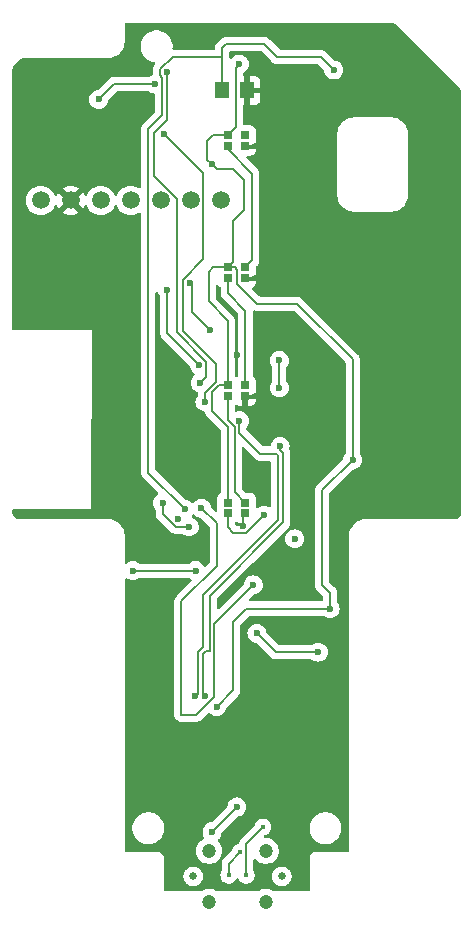
<source format=gbr>
%TF.GenerationSoftware,KiCad,Pcbnew,8.0.8*%
%TF.CreationDate,2025-03-31T21:39:46-04:00*%
%TF.ProjectId,vindriktrning-esp32-s3,76696e64-7269-46b7-9472-6e696e672d65,rev?*%
%TF.SameCoordinates,Original*%
%TF.FileFunction,Copper,L4,Bot*%
%TF.FilePolarity,Positive*%
%FSLAX46Y46*%
G04 Gerber Fmt 4.6, Leading zero omitted, Abs format (unit mm)*
G04 Created by KiCad (PCBNEW 8.0.8) date 2025-03-31 21:39:46*
%MOMM*%
%LPD*%
G01*
G04 APERTURE LIST*
%TA.AperFunction,ComponentPad*%
%ADD10C,1.500000*%
%TD*%
%TA.AperFunction,ComponentPad*%
%ADD11C,1.200000*%
%TD*%
%TA.AperFunction,ComponentPad*%
%ADD12C,0.650000*%
%TD*%
%TA.AperFunction,SMDPad,CuDef*%
%ADD13R,0.800000X0.650000*%
%TD*%
%TA.AperFunction,SMDPad,CuDef*%
%ADD14R,1.300000X1.400000*%
%TD*%
%TA.AperFunction,ViaPad*%
%ADD15C,0.600000*%
%TD*%
%TA.AperFunction,ViaPad*%
%ADD16C,0.400000*%
%TD*%
%TA.AperFunction,Conductor*%
%ADD17C,0.200000*%
%TD*%
G04 APERTURE END LIST*
D10*
%TO.P,IC1,1,VDD*%
%TO.N,+3V3*%
X85725000Y-92800000D03*
%TO.P,IC1,2,GND*%
%TO.N,GND*%
X88265000Y-92800000D03*
%TO.P,IC1,3,TX/_SCL*%
%TO.N,SCL*%
X90805000Y-92800000D03*
%TO.P,IC1,4,RX/_SDA*%
%TO.N,SDA*%
X93345000Y-92800000D03*
%TO.P,IC1,5,RDY*%
%TO.N,unconnected-(IC1-RDY-Pad5)*%
X95885000Y-92800000D03*
%TO.P,IC1,6,PWM*%
%TO.N,unconnected-(IC1-PWM-Pad6)*%
X98425000Y-92800000D03*
%TO.P,IC1,7,SEL*%
%TO.N,unconnected-(IC1-SEL-Pad7)*%
X100965000Y-92800000D03*
%TD*%
D11*
%TO.P,USB1,17,EH*%
%TO.N,unconnected-(USB1-EH-Pad17)*%
X104775000Y-152175000D03*
X104775000Y-147875000D03*
X99975000Y-152175000D03*
X99975000Y-147875000D03*
D12*
%TO.P,USB1,*%
%TO.N,*%
X106125000Y-150025000D03*
X98625000Y-150025000D03*
%TD*%
D13*
%TO.P,LED1,4,DI*%
%TO.N,Net-(LED1-DI)*%
X101550000Y-119275000D03*
%TO.P,LED1,3,GND*%
%TO.N,GND*%
X103050000Y-119275000D03*
%TO.P,LED1,2,VDD*%
%TO.N,+5V*%
X101550000Y-118375000D03*
%TO.P,LED1,1,DO*%
%TO.N,Net-(LED1-DO)*%
X103050000Y-118375000D03*
%TD*%
D14*
%TO.P,U1,1,E*%
%TO.N,GND*%
X103170000Y-83490000D03*
%TO.P,U1,2,C*%
%TO.N,LIGHT*%
X101070000Y-83490000D03*
%TD*%
D13*
%TO.P,LED2,1,DO*%
%TO.N,Net-(LED2-DO)*%
X103050000Y-108450000D03*
%TO.P,LED2,2,VDD*%
%TO.N,+5V*%
X101550000Y-108450000D03*
%TO.P,LED2,3,GND*%
%TO.N,GND*%
X103050000Y-109350000D03*
%TO.P,LED2,4,DI*%
%TO.N,Net-(LED1-DO)*%
X101550000Y-109350000D03*
%TD*%
%TO.P,LED4,1,DO*%
%TO.N,unconnected-(LED4-DO-Pad1)*%
X103050000Y-87275000D03*
%TO.P,LED4,2,VDD*%
%TO.N,+5V*%
X101550000Y-87275000D03*
%TO.P,LED4,3,GND*%
%TO.N,GND*%
X103050000Y-88175000D03*
%TO.P,LED4,4,DI*%
%TO.N,Net-(LED3-DO)*%
X101550000Y-88175000D03*
%TD*%
%TO.P,LED3,1,DO*%
%TO.N,Net-(LED3-DO)*%
X103050000Y-98450000D03*
%TO.P,LED3,2,VDD*%
%TO.N,+5V*%
X101550000Y-98450000D03*
%TO.P,LED3,3,GND*%
%TO.N,GND*%
X103050000Y-99350000D03*
%TO.P,LED3,4,DI*%
%TO.N,Net-(LED2-DO)*%
X101550000Y-99350000D03*
%TD*%
D15*
%TO.N,IO3*%
X98300000Y-120425000D03*
X96050000Y-118400000D03*
%TO.N,GND*%
X102825000Y-120350000D03*
X92225000Y-103850000D03*
X99425000Y-115750000D03*
X102325000Y-105850000D03*
X109025000Y-107550000D03*
X97925000Y-142550000D03*
X97325000Y-119750000D03*
X104375000Y-115775000D03*
X107575000Y-140575000D03*
X92625000Y-118750000D03*
X90825000Y-119050000D03*
X104525000Y-108550000D03*
X91025000Y-103850000D03*
%TO.N,+3V3*%
X93525000Y-124150000D03*
X98825000Y-124150000D03*
X105925000Y-108650000D03*
X105925000Y-106350000D03*
X104025000Y-129450000D03*
X95425000Y-82950000D03*
X90625000Y-84250000D03*
X109225000Y-131050000D03*
%TO.N,SDA*%
X98325000Y-99750000D03*
X100025000Y-103750000D03*
%TO.N,SCL*%
X99125000Y-106750000D03*
X96425000Y-100350000D03*
%TO.N,+5V*%
X100225000Y-89750000D03*
X112125000Y-114750000D03*
X110225000Y-127350000D03*
X100625000Y-135650000D03*
X102525000Y-81250000D03*
%TO.N,Net-(LED1-DI)*%
X107225000Y-121450000D03*
X104625000Y-119450000D03*
%TO.N,TX2*%
X96125000Y-87150000D03*
X99625000Y-109850000D03*
%TO.N,RX2*%
X99225000Y-108250000D03*
X96425000Y-81950000D03*
%TO.N,LED_DATA*%
X99325000Y-118850000D03*
X103725000Y-125350000D03*
%TO.N,LIGHT*%
X97925000Y-118950000D03*
X110525000Y-81750000D03*
D16*
%TO.N,CC2*%
X104525000Y-145850000D03*
X103125000Y-149950000D03*
D15*
%TO.N,D+*%
X98800000Y-134750000D03*
X102525000Y-111450000D03*
%TO.N,D-*%
X105991325Y-113630312D03*
D16*
X101625000Y-149950000D03*
X102625000Y-147950000D03*
D15*
X99650000Y-134750000D03*
%TO.N,5VIN*%
X102325000Y-144150000D03*
X100225000Y-146250000D03*
%TD*%
D17*
%TO.N,IO3*%
X97151471Y-120425000D02*
X98300000Y-120425000D01*
X96050000Y-118400000D02*
X96050000Y-119323529D01*
X96050000Y-119323529D02*
X97151471Y-120425000D01*
%TO.N,GND*%
X102825000Y-119500000D02*
X103050000Y-119275000D01*
X102825000Y-120350000D02*
X102825000Y-119500000D01*
%TO.N,+3V3*%
X105925000Y-106350000D02*
X105925000Y-108650000D01*
X93525000Y-124150000D02*
X98825000Y-124150000D01*
X90625000Y-84250000D02*
X91925000Y-82950000D01*
X109225000Y-131050000D02*
X105625000Y-131050000D01*
X105625000Y-131050000D02*
X104025000Y-129450000D01*
X91925000Y-82950000D02*
X95425000Y-82950000D01*
%TO.N,SDA*%
X98325000Y-99750000D02*
X98525000Y-99950000D01*
X98525000Y-99950000D02*
X98525000Y-102250000D01*
X98525000Y-102250000D02*
X100025000Y-103750000D01*
%TO.N,SCL*%
X96425000Y-104050000D02*
X99125000Y-106750000D01*
X96425000Y-100350000D02*
X96425000Y-104050000D01*
%TO.N,+5V*%
X102025000Y-90150000D02*
X100625000Y-90150000D01*
X99825000Y-89350000D02*
X99825000Y-87750000D01*
X99925000Y-98850000D02*
X100325000Y-98450000D01*
X101550000Y-108450000D02*
X101550000Y-102975000D01*
X109525000Y-125350000D02*
X110225000Y-126050000D01*
X100225000Y-110650000D02*
X100225000Y-109050000D01*
X112125000Y-114750000D02*
X109525000Y-117350000D01*
X101550000Y-98450000D02*
X102150000Y-98450000D01*
X102925000Y-91050000D02*
X102025000Y-90150000D01*
X102150000Y-98450000D02*
X102350000Y-98650000D01*
X110225000Y-126050000D02*
X110225000Y-127350000D01*
X99825000Y-87750000D02*
X100300000Y-87275000D01*
X100325000Y-98450000D02*
X101550000Y-98450000D01*
X102015000Y-94560000D02*
X102925000Y-93650000D01*
X100625000Y-90150000D02*
X100225000Y-89750000D01*
X100625000Y-135650000D02*
X102025000Y-134250000D01*
X109525000Y-117350000D02*
X109525000Y-125350000D01*
X100225000Y-109050000D02*
X100825000Y-108450000D01*
X103125000Y-127350000D02*
X105825000Y-127350000D01*
X100300000Y-87275000D02*
X101550000Y-87275000D01*
X101550000Y-98450000D02*
X102015000Y-97985000D01*
X99925000Y-101350000D02*
X99925000Y-98850000D01*
X101550000Y-118375000D02*
X101550000Y-111975000D01*
X102350000Y-98650000D02*
X102350000Y-99875000D01*
X102925000Y-93650000D02*
X102925000Y-91050000D01*
X102525000Y-81250000D02*
X102220000Y-81555000D01*
X107425000Y-101550000D02*
X112125000Y-106250000D01*
X102015000Y-97985000D02*
X102015000Y-94560000D01*
X102025000Y-134250000D02*
X102025000Y-128450000D01*
X105825000Y-127350000D02*
X110225000Y-127350000D01*
X102220000Y-86605000D02*
X101550000Y-87275000D01*
X100825000Y-108450000D02*
X101550000Y-108450000D01*
X102220000Y-81555000D02*
X102220000Y-86605000D01*
X112125000Y-106250000D02*
X112125000Y-114750000D01*
X104025000Y-101550000D02*
X107425000Y-101550000D01*
X101550000Y-102975000D02*
X99925000Y-101350000D01*
X100225000Y-89750000D02*
X99825000Y-89350000D01*
X102350000Y-99875000D02*
X104025000Y-101550000D01*
X101550000Y-111975000D02*
X100225000Y-110650000D01*
X102025000Y-128450000D02*
X103125000Y-127350000D01*
%TO.N,Net-(LED1-DI)*%
X101550000Y-119275000D02*
X101550000Y-120475000D01*
X101550000Y-120475000D02*
X102025000Y-120950000D01*
X102025000Y-120950000D02*
X103125000Y-120950000D01*
X103125000Y-120950000D02*
X104625000Y-119450000D01*
%TO.N,Net-(LED1-DO)*%
X102125000Y-111950000D02*
X101550000Y-111375000D01*
X102125000Y-117450000D02*
X102125000Y-111950000D01*
X101550000Y-111375000D02*
X101550000Y-109350000D01*
X103050000Y-118375000D02*
X102125000Y-117450000D01*
%TO.N,Net-(LED2-DO)*%
X101550000Y-100625000D02*
X101550000Y-99350000D01*
X103050000Y-108450000D02*
X103050000Y-102125000D01*
X103050000Y-102125000D02*
X101550000Y-100625000D01*
%TO.N,Net-(LED3-DO)*%
X103625000Y-90550000D02*
X101550000Y-88475000D01*
X103050000Y-98450000D02*
X103625000Y-97875000D01*
X101550000Y-88475000D02*
X101550000Y-88175000D01*
X103625000Y-97875000D02*
X103625000Y-90550000D01*
%TO.N,TX2*%
X99475000Y-90500000D02*
X99475000Y-97751471D01*
X99475000Y-97751471D02*
X97725000Y-99501471D01*
X97725000Y-103850000D02*
X100525000Y-106650000D01*
X97725000Y-99501471D02*
X97725000Y-103850000D01*
X99625000Y-109084314D02*
X99625000Y-109850000D01*
X100525000Y-108184314D02*
X99625000Y-109084314D01*
X96125000Y-87150000D02*
X99475000Y-90500000D01*
X100525000Y-106650000D02*
X100525000Y-108184314D01*
%TO.N,RX2*%
X96425000Y-85950000D02*
X95325000Y-87050000D01*
X99725000Y-106450000D02*
X99725000Y-107750000D01*
X97225000Y-92655075D02*
X97225000Y-103950000D01*
X96425000Y-81950000D02*
X96425000Y-85950000D01*
X95325000Y-90755075D02*
X97225000Y-92655075D01*
X99725000Y-107750000D02*
X99225000Y-108250000D01*
X97225000Y-103950000D02*
X99725000Y-106450000D01*
X95325000Y-87050000D02*
X95325000Y-90755075D01*
%TO.N,LED_DATA*%
X97625000Y-136350000D02*
X97625000Y-126750000D01*
X100625000Y-123750000D02*
X100625000Y-122850000D01*
X100425521Y-134823008D02*
X98898529Y-136350000D01*
X100425521Y-128649479D02*
X100425521Y-134823008D01*
X98898529Y-136350000D02*
X97625000Y-136350000D01*
X97625000Y-126750000D02*
X100625000Y-123750000D01*
X103725000Y-125350000D02*
X100425521Y-128649479D01*
X100625000Y-122850000D02*
X100625000Y-120150000D01*
X100625000Y-120150000D02*
X99325000Y-118850000D01*
%TO.N,LIGHT*%
X94835000Y-115860000D02*
X94835000Y-86740000D01*
X105725000Y-80650000D02*
X104625000Y-79550000D01*
X95825000Y-81701471D02*
X96876471Y-80650000D01*
X104625000Y-79550000D02*
X101425000Y-79550000D01*
X95825000Y-82198529D02*
X95825000Y-81701471D01*
X101425000Y-79550000D02*
X101070000Y-79905000D01*
X94835000Y-86740000D02*
X96025000Y-85550000D01*
X96876471Y-80650000D02*
X101070000Y-80650000D01*
X109425000Y-80650000D02*
X105725000Y-80650000D01*
X101070000Y-80650000D02*
X101070000Y-83490000D01*
X101070000Y-79905000D02*
X101070000Y-80650000D01*
X96025000Y-85550000D02*
X96025000Y-82398529D01*
X96025000Y-82398529D02*
X95825000Y-82198529D01*
X97925000Y-118950000D02*
X94835000Y-115860000D01*
X110525000Y-81750000D02*
X109425000Y-80650000D01*
%TO.N,CC2*%
X103125000Y-147250000D02*
X104525000Y-145850000D01*
X103125000Y-149950000D02*
X103125000Y-147250000D01*
%TO.N,D+*%
X105390283Y-114231354D02*
X104306354Y-114231354D01*
X99424479Y-126232321D02*
X105800000Y-119856800D01*
X105800000Y-119856800D02*
X105800000Y-114358228D01*
X98999999Y-134550001D02*
X98999999Y-131056802D01*
X103125000Y-113050000D02*
X102525000Y-112450000D01*
X105800000Y-114358228D02*
X105673126Y-114231354D01*
X98800000Y-134750000D02*
X98999999Y-134550001D01*
X99424479Y-130632322D02*
X99424479Y-126232321D01*
X105673126Y-114231354D02*
X105390283Y-114231354D01*
X98999999Y-131056802D02*
X99424479Y-130632322D01*
X104306354Y-114231354D02*
X103125000Y-113050000D01*
X102525000Y-112450000D02*
X102525000Y-111450000D01*
%TO.N,D-*%
X105991325Y-113913155D02*
X105991325Y-113630312D01*
X99450001Y-131243198D02*
X99742678Y-130950521D01*
X99450001Y-134550001D02*
X99450001Y-131243198D01*
X100025521Y-126267679D02*
X106250000Y-120043200D01*
X99650000Y-134750000D02*
X99450001Y-134550001D01*
X99742678Y-130950521D02*
X100025521Y-130950521D01*
X101625000Y-149950000D02*
X101625000Y-148950000D01*
X106250000Y-120043200D02*
X106250000Y-114171830D01*
X101625000Y-148950000D02*
X102625000Y-147950000D01*
X106250000Y-114171830D02*
X105991325Y-113913155D01*
X100025521Y-130950521D02*
X100025521Y-126267679D01*
%TO.N,5VIN*%
X100225000Y-146250000D02*
X102325000Y-144150000D01*
%TD*%
%TA.AperFunction,Conductor*%
%TO.N,GND*%
G36*
X115416860Y-77751097D02*
G01*
X115426023Y-77751999D01*
X115496093Y-77758900D01*
X115519924Y-77763639D01*
X115590267Y-77784977D01*
X115612713Y-77794275D01*
X115677544Y-77828927D01*
X115697735Y-77842418D01*
X115759212Y-77892870D01*
X115768219Y-77901034D01*
X121163022Y-83295835D01*
X121163026Y-83295839D01*
X121173892Y-83306706D01*
X121182062Y-83315721D01*
X121232569Y-83377267D01*
X121246074Y-83397480D01*
X121280717Y-83462298D01*
X121290018Y-83484754D01*
X121311348Y-83555075D01*
X121316090Y-83578916D01*
X121323902Y-83658244D01*
X121324499Y-83670396D01*
X121324499Y-83740086D01*
X121324500Y-83740099D01*
X121324500Y-119243054D01*
X121323720Y-119256944D01*
X121313536Y-119347288D01*
X121307356Y-119374357D01*
X121279642Y-119453550D01*
X121267594Y-119478566D01*
X121222947Y-119549617D01*
X121205633Y-119571326D01*
X121146305Y-119630650D01*
X121124599Y-119647960D01*
X121053548Y-119692604D01*
X121028529Y-119704652D01*
X120949331Y-119732363D01*
X120922262Y-119738541D01*
X120858445Y-119745731D01*
X120831921Y-119748720D01*
X120818040Y-119749500D01*
X113343489Y-119749500D01*
X113342331Y-119749495D01*
X113339898Y-119749472D01*
X113339899Y-119749472D01*
X113231900Y-119748463D01*
X113231894Y-119748463D01*
X113017830Y-119777299D01*
X113017825Y-119777300D01*
X112810092Y-119836493D01*
X112612969Y-119924827D01*
X112612962Y-119924831D01*
X112430525Y-120040481D01*
X112430524Y-120040481D01*
X112266532Y-120181062D01*
X112266529Y-120181065D01*
X112124362Y-120343673D01*
X112124359Y-120343677D01*
X112006937Y-120524978D01*
X112006932Y-120524986D01*
X111916685Y-120721229D01*
X111916682Y-120721238D01*
X111855465Y-120928385D01*
X111855464Y-120928387D01*
X111824543Y-121142165D01*
X111824543Y-121142168D01*
X111824529Y-121176108D01*
X111824500Y-121176562D01*
X111824500Y-147825500D01*
X111804815Y-147892539D01*
X111752011Y-147938294D01*
X111700500Y-147949500D01*
X108959108Y-147949500D01*
X108831812Y-147983608D01*
X108717686Y-148049500D01*
X108717683Y-148049502D01*
X108624502Y-148142683D01*
X108624500Y-148142686D01*
X108558608Y-148256812D01*
X108524500Y-148384108D01*
X108524500Y-151125500D01*
X108504815Y-151192539D01*
X108452011Y-151238294D01*
X108400500Y-151249500D01*
X105406036Y-151249500D01*
X105340759Y-151230927D01*
X105267637Y-151185652D01*
X105077456Y-151111976D01*
X104876976Y-151074500D01*
X104673024Y-151074500D01*
X104472544Y-151111976D01*
X104472541Y-151111976D01*
X104472541Y-151111977D01*
X104282365Y-151185651D01*
X104282364Y-151185651D01*
X104271240Y-151192539D01*
X104209240Y-151230927D01*
X104143964Y-151249500D01*
X100606036Y-151249500D01*
X100540759Y-151230927D01*
X100467637Y-151185652D01*
X100277456Y-151111976D01*
X100076976Y-151074500D01*
X99873024Y-151074500D01*
X99672544Y-151111976D01*
X99672541Y-151111976D01*
X99672541Y-151111977D01*
X99482365Y-151185651D01*
X99482364Y-151185651D01*
X99471240Y-151192539D01*
X99409240Y-151230927D01*
X99343964Y-151249500D01*
X96249500Y-151249500D01*
X96182461Y-151229815D01*
X96136706Y-151177011D01*
X96125500Y-151125500D01*
X96125500Y-150024999D01*
X97794953Y-150024999D01*
X97798821Y-150061800D01*
X97799500Y-150074761D01*
X97799500Y-150106309D01*
X97806868Y-150143351D01*
X97808571Y-150154576D01*
X97813091Y-150197572D01*
X97813091Y-150197574D01*
X97813092Y-150197576D01*
X97813185Y-150197862D01*
X97822601Y-150226844D01*
X97826285Y-150240963D01*
X97831224Y-150265791D01*
X97848057Y-150306432D01*
X97851425Y-150315562D01*
X97866711Y-150362605D01*
X97866712Y-150362608D01*
X97866714Y-150362611D01*
X97878975Y-150383849D01*
X97878982Y-150383860D01*
X97886154Y-150398404D01*
X97893450Y-150416018D01*
X97893451Y-150416020D01*
X97893452Y-150416021D01*
X97921344Y-150457764D01*
X97925627Y-150464651D01*
X97953476Y-150512886D01*
X97953480Y-150512891D01*
X97965715Y-150526480D01*
X97976666Y-150540560D01*
X97983793Y-150551227D01*
X97983794Y-150551228D01*
X98023697Y-150591130D01*
X98028168Y-150595841D01*
X98069588Y-150641844D01*
X98079325Y-150648918D01*
X98094123Y-150661557D01*
X98098770Y-150666204D01*
X98098773Y-150666206D01*
X98098775Y-150666208D01*
X98150878Y-150701021D01*
X98154843Y-150703784D01*
X98209976Y-150743842D01*
X98215248Y-150746189D01*
X98215259Y-150746194D01*
X98233714Y-150756371D01*
X98233763Y-150756403D01*
X98233979Y-150756548D01*
X98297630Y-150782912D01*
X98300514Y-150784151D01*
X98368501Y-150814422D01*
X98372813Y-150815823D01*
X98378225Y-150817520D01*
X98378381Y-150817007D01*
X98384208Y-150818774D01*
X98384211Y-150818776D01*
X98457931Y-150833439D01*
X98459390Y-150833740D01*
X98538236Y-150850500D01*
X98711763Y-150850500D01*
X98711764Y-150850500D01*
X98790626Y-150833736D01*
X98792051Y-150833443D01*
X98865789Y-150818776D01*
X98865794Y-150818773D01*
X98865798Y-150818773D01*
X98871627Y-150817005D01*
X98871782Y-150817516D01*
X98877255Y-150815800D01*
X98881495Y-150814423D01*
X98881495Y-150814422D01*
X98881499Y-150814422D01*
X98949494Y-150784147D01*
X98952358Y-150782917D01*
X99016021Y-150756548D01*
X99016274Y-150756378D01*
X99034742Y-150746193D01*
X99040024Y-150743842D01*
X99095163Y-150703779D01*
X99099127Y-150701018D01*
X99133653Y-150677948D01*
X99151225Y-150666208D01*
X99155870Y-150661562D01*
X99170667Y-150648923D01*
X99180410Y-150641845D01*
X99221852Y-150595817D01*
X99226283Y-150591148D01*
X99266208Y-150551225D01*
X99273340Y-150540549D01*
X99284285Y-150526477D01*
X99296522Y-150512889D01*
X99324373Y-150464647D01*
X99328633Y-150457796D01*
X99356548Y-150416021D01*
X99363846Y-150398402D01*
X99371017Y-150383859D01*
X99383286Y-150362611D01*
X99398577Y-150315548D01*
X99401932Y-150306453D01*
X99418776Y-150265789D01*
X99423715Y-150240957D01*
X99427401Y-150226835D01*
X99428938Y-150222103D01*
X99436908Y-150197576D01*
X99441427Y-150154576D01*
X99443125Y-150143373D01*
X99450500Y-150106305D01*
X99450500Y-150074761D01*
X99451179Y-150061800D01*
X99455047Y-150025000D01*
X99451179Y-149988198D01*
X99450500Y-149975237D01*
X99450500Y-149950000D01*
X100919355Y-149950000D01*
X100939859Y-150118869D01*
X100939860Y-150118874D01*
X101000182Y-150277931D01*
X101026165Y-150315573D01*
X101096817Y-150417929D01*
X101149566Y-150464660D01*
X101224150Y-150530736D01*
X101374773Y-150609789D01*
X101374775Y-150609790D01*
X101539944Y-150650500D01*
X101710056Y-150650500D01*
X101875225Y-150609790D01*
X101954692Y-150568081D01*
X102025849Y-150530736D01*
X102025850Y-150530734D01*
X102025852Y-150530734D01*
X102153183Y-150417929D01*
X102249818Y-150277930D01*
X102259058Y-150253564D01*
X102301236Y-150197862D01*
X102366833Y-150173805D01*
X102435023Y-150189032D01*
X102484157Y-150238707D01*
X102490942Y-150253565D01*
X102500182Y-150277931D01*
X102526165Y-150315573D01*
X102596817Y-150417929D01*
X102649566Y-150464660D01*
X102724150Y-150530736D01*
X102874773Y-150609789D01*
X102874775Y-150609790D01*
X103039944Y-150650500D01*
X103210056Y-150650500D01*
X103375225Y-150609790D01*
X103454692Y-150568081D01*
X103525849Y-150530736D01*
X103525850Y-150530734D01*
X103525852Y-150530734D01*
X103653183Y-150417929D01*
X103749818Y-150277930D01*
X103810140Y-150118872D01*
X103821538Y-150024999D01*
X105294953Y-150024999D01*
X105298821Y-150061800D01*
X105299500Y-150074761D01*
X105299500Y-150106309D01*
X105306868Y-150143351D01*
X105308571Y-150154576D01*
X105313091Y-150197572D01*
X105313091Y-150197574D01*
X105313092Y-150197576D01*
X105313185Y-150197862D01*
X105322601Y-150226844D01*
X105326285Y-150240963D01*
X105331224Y-150265791D01*
X105348057Y-150306432D01*
X105351425Y-150315562D01*
X105366711Y-150362605D01*
X105366712Y-150362608D01*
X105366714Y-150362611D01*
X105378975Y-150383849D01*
X105378982Y-150383860D01*
X105386154Y-150398404D01*
X105393450Y-150416018D01*
X105393451Y-150416020D01*
X105393452Y-150416021D01*
X105421344Y-150457764D01*
X105425627Y-150464651D01*
X105453476Y-150512886D01*
X105453480Y-150512891D01*
X105465715Y-150526480D01*
X105476666Y-150540560D01*
X105483793Y-150551227D01*
X105483794Y-150551228D01*
X105523697Y-150591130D01*
X105528168Y-150595841D01*
X105569588Y-150641844D01*
X105579325Y-150648918D01*
X105594123Y-150661557D01*
X105598770Y-150666204D01*
X105598773Y-150666206D01*
X105598775Y-150666208D01*
X105650878Y-150701021D01*
X105654843Y-150703784D01*
X105709976Y-150743842D01*
X105715248Y-150746189D01*
X105715259Y-150746194D01*
X105733714Y-150756371D01*
X105733763Y-150756403D01*
X105733979Y-150756548D01*
X105797630Y-150782912D01*
X105800514Y-150784151D01*
X105868501Y-150814422D01*
X105872813Y-150815823D01*
X105878225Y-150817520D01*
X105878381Y-150817007D01*
X105884208Y-150818774D01*
X105884211Y-150818776D01*
X105957931Y-150833439D01*
X105959390Y-150833740D01*
X106038236Y-150850500D01*
X106211763Y-150850500D01*
X106211764Y-150850500D01*
X106290626Y-150833736D01*
X106292051Y-150833443D01*
X106365789Y-150818776D01*
X106365794Y-150818773D01*
X106365798Y-150818773D01*
X106371627Y-150817005D01*
X106371782Y-150817516D01*
X106377255Y-150815800D01*
X106381495Y-150814423D01*
X106381495Y-150814422D01*
X106381499Y-150814422D01*
X106449494Y-150784147D01*
X106452358Y-150782917D01*
X106516021Y-150756548D01*
X106516274Y-150756378D01*
X106534742Y-150746193D01*
X106540024Y-150743842D01*
X106595163Y-150703779D01*
X106599127Y-150701018D01*
X106633653Y-150677948D01*
X106651225Y-150666208D01*
X106655870Y-150661562D01*
X106670667Y-150648923D01*
X106680410Y-150641845D01*
X106721852Y-150595817D01*
X106726283Y-150591148D01*
X106766208Y-150551225D01*
X106773340Y-150540549D01*
X106784285Y-150526477D01*
X106796522Y-150512889D01*
X106824373Y-150464647D01*
X106828633Y-150457796D01*
X106856548Y-150416021D01*
X106863846Y-150398402D01*
X106871017Y-150383859D01*
X106883286Y-150362611D01*
X106898577Y-150315548D01*
X106901932Y-150306453D01*
X106918776Y-150265789D01*
X106923715Y-150240957D01*
X106927401Y-150226835D01*
X106928938Y-150222103D01*
X106936908Y-150197576D01*
X106941427Y-150154576D01*
X106943125Y-150143373D01*
X106950500Y-150106305D01*
X106950500Y-150074761D01*
X106951179Y-150061800D01*
X106955047Y-150025000D01*
X106951179Y-149988198D01*
X106950500Y-149975237D01*
X106950500Y-149943690D01*
X106943130Y-149906647D01*
X106941425Y-149895409D01*
X106936908Y-149852428D01*
X106936908Y-149852424D01*
X106927396Y-149823151D01*
X106923715Y-149809041D01*
X106918776Y-149784211D01*
X106901933Y-149743549D01*
X106898579Y-149734457D01*
X106883286Y-149687389D01*
X106871018Y-149666140D01*
X106863844Y-149651592D01*
X106856550Y-149633983D01*
X106856549Y-149633982D01*
X106856548Y-149633979D01*
X106828641Y-149592213D01*
X106824367Y-149585340D01*
X106796522Y-149537111D01*
X106784284Y-149523519D01*
X106773337Y-149509445D01*
X106766208Y-149498775D01*
X106726297Y-149458864D01*
X106721831Y-149454158D01*
X106680410Y-149408155D01*
X106670666Y-149401075D01*
X106655875Y-149388441D01*
X106651227Y-149383793D01*
X106599135Y-149348987D01*
X106595140Y-149346203D01*
X106595133Y-149346198D01*
X106540024Y-149306158D01*
X106540023Y-149306157D01*
X106540021Y-149306156D01*
X106534740Y-149303805D01*
X106516282Y-149293626D01*
X106516025Y-149293454D01*
X106516018Y-149293450D01*
X106452426Y-149267110D01*
X106449444Y-149265829D01*
X106381500Y-149235578D01*
X106378170Y-149234496D01*
X106371766Y-149232502D01*
X106371618Y-149232992D01*
X106365788Y-149231223D01*
X106292155Y-149216576D01*
X106290567Y-149216249D01*
X106211768Y-149199500D01*
X106211764Y-149199500D01*
X106038236Y-149199500D01*
X105959372Y-149216262D01*
X105957786Y-149216588D01*
X105884203Y-149231225D01*
X105878380Y-149232992D01*
X105878237Y-149232523D01*
X105871296Y-149234669D01*
X105868504Y-149235576D01*
X105800571Y-149265821D01*
X105797595Y-149267099D01*
X105733982Y-149293450D01*
X105733975Y-149293454D01*
X105733696Y-149293641D01*
X105715269Y-149303801D01*
X105709983Y-149306154D01*
X105709973Y-149306160D01*
X105654864Y-149346198D01*
X105650875Y-149348978D01*
X105598778Y-149383789D01*
X105598768Y-149383797D01*
X105594122Y-149388444D01*
X105579336Y-149401072D01*
X105569595Y-149408149D01*
X105528167Y-149454159D01*
X105523701Y-149458864D01*
X105483795Y-149498771D01*
X105483790Y-149498776D01*
X105476659Y-149509449D01*
X105465715Y-149523519D01*
X105453479Y-149537108D01*
X105425632Y-149585340D01*
X105421349Y-149592226D01*
X105393454Y-149633974D01*
X105393453Y-149633976D01*
X105386153Y-149651598D01*
X105378986Y-149666130D01*
X105366713Y-149687389D01*
X105351428Y-149734433D01*
X105348059Y-149743564D01*
X105331223Y-149784211D01*
X105331222Y-149784213D01*
X105326283Y-149809041D01*
X105322600Y-149823156D01*
X105313092Y-149852422D01*
X105308571Y-149895424D01*
X105306869Y-149906648D01*
X105299500Y-149943696D01*
X105299500Y-149975237D01*
X105298821Y-149988198D01*
X105294953Y-150024999D01*
X103821538Y-150024999D01*
X103830645Y-149950000D01*
X103810140Y-149781128D01*
X103749818Y-149622070D01*
X103747448Y-149618637D01*
X103746489Y-149615727D01*
X103746331Y-149615426D01*
X103746381Y-149615399D01*
X103725567Y-149552283D01*
X103725500Y-149548199D01*
X103725500Y-148681352D01*
X103745185Y-148614313D01*
X103797989Y-148568558D01*
X103867147Y-148558614D01*
X103930703Y-148587639D01*
X103948451Y-148606622D01*
X103958236Y-148619579D01*
X103958238Y-148619581D01*
X104108958Y-148756980D01*
X104108960Y-148756982D01*
X104208141Y-148818392D01*
X104282363Y-148864348D01*
X104472544Y-148938024D01*
X104673024Y-148975500D01*
X104673026Y-148975500D01*
X104876974Y-148975500D01*
X104876976Y-148975500D01*
X105077456Y-148938024D01*
X105267637Y-148864348D01*
X105441041Y-148756981D01*
X105591764Y-148619579D01*
X105714673Y-148456821D01*
X105805582Y-148274250D01*
X105861397Y-148078083D01*
X105880215Y-147875000D01*
X105873973Y-147807642D01*
X105861397Y-147671917D01*
X105847214Y-147622069D01*
X105805582Y-147475750D01*
X105714673Y-147293179D01*
X105628112Y-147178554D01*
X105591762Y-147130418D01*
X105441041Y-146993019D01*
X105441039Y-146993017D01*
X105267642Y-146885655D01*
X105267639Y-146885653D01*
X105267637Y-146885652D01*
X105267636Y-146885651D01*
X105267635Y-146885651D01*
X105172546Y-146848814D01*
X105077456Y-146811976D01*
X104876976Y-146774500D01*
X104749096Y-146774500D01*
X104682057Y-146754815D01*
X104636302Y-146702011D01*
X104626358Y-146632853D01*
X104655383Y-146569297D01*
X104661410Y-146562824D01*
X104670117Y-146554116D01*
X104728124Y-146521398D01*
X104775225Y-146509790D01*
X104925852Y-146430734D01*
X105053183Y-146317929D01*
X105149818Y-146177930D01*
X105210140Y-146018872D01*
X105230645Y-145850000D01*
X105229882Y-145843713D01*
X108474500Y-145843713D01*
X108474500Y-146056286D01*
X108505181Y-146250003D01*
X108507754Y-146266243D01*
X108532477Y-146342333D01*
X108573444Y-146468414D01*
X108669951Y-146657820D01*
X108794890Y-146829786D01*
X108945213Y-146980109D01*
X109117179Y-147105048D01*
X109117181Y-147105049D01*
X109117184Y-147105051D01*
X109306588Y-147201557D01*
X109508757Y-147267246D01*
X109718713Y-147300500D01*
X109718714Y-147300500D01*
X109931286Y-147300500D01*
X109931287Y-147300500D01*
X110141243Y-147267246D01*
X110343412Y-147201557D01*
X110532816Y-147105051D01*
X110584841Y-147067253D01*
X110704786Y-146980109D01*
X110704788Y-146980106D01*
X110704792Y-146980104D01*
X110855104Y-146829792D01*
X110855106Y-146829788D01*
X110855109Y-146829786D01*
X110980048Y-146657820D01*
X110980047Y-146657820D01*
X110980051Y-146657816D01*
X111076557Y-146468412D01*
X111142246Y-146266243D01*
X111175500Y-146056287D01*
X111175500Y-145843713D01*
X111142246Y-145633757D01*
X111076557Y-145431588D01*
X110980051Y-145242184D01*
X110980049Y-145242181D01*
X110980048Y-145242179D01*
X110855109Y-145070213D01*
X110704786Y-144919890D01*
X110532820Y-144794951D01*
X110343414Y-144698444D01*
X110343413Y-144698443D01*
X110343412Y-144698443D01*
X110141243Y-144632754D01*
X110141241Y-144632753D01*
X110141240Y-144632753D01*
X109979957Y-144607208D01*
X109931287Y-144599500D01*
X109718713Y-144599500D01*
X109670042Y-144607208D01*
X109508760Y-144632753D01*
X109306585Y-144698444D01*
X109117179Y-144794951D01*
X108945213Y-144919890D01*
X108794890Y-145070213D01*
X108669951Y-145242179D01*
X108573444Y-145431585D01*
X108507753Y-145633760D01*
X108474500Y-145843713D01*
X105229882Y-145843713D01*
X105210140Y-145681128D01*
X105149818Y-145522070D01*
X105053183Y-145382071D01*
X104925852Y-145269266D01*
X104925849Y-145269263D01*
X104775226Y-145190210D01*
X104610056Y-145149500D01*
X104439944Y-145149500D01*
X104274773Y-145190210D01*
X104124150Y-145269263D01*
X103996816Y-145382072D01*
X103900182Y-145522068D01*
X103900182Y-145522069D01*
X103846380Y-145663934D01*
X103818119Y-145707644D01*
X102756286Y-146769478D01*
X102644481Y-146881282D01*
X102644479Y-146881285D01*
X102594361Y-146968094D01*
X102594359Y-146968096D01*
X102565425Y-147018209D01*
X102565424Y-147018210D01*
X102524497Y-147170952D01*
X102524341Y-147172137D01*
X102523932Y-147173060D01*
X102522396Y-147178794D01*
X102521501Y-147178554D01*
X102496065Y-147236029D01*
X102437735Y-147274492D01*
X102431081Y-147276330D01*
X102374777Y-147290208D01*
X102374774Y-147290209D01*
X102224150Y-147369263D01*
X102096816Y-147482072D01*
X102000182Y-147622068D01*
X102000182Y-147622069D01*
X101946381Y-147763932D01*
X101918120Y-147807642D01*
X101256286Y-148469478D01*
X101144481Y-148581282D01*
X101144479Y-148581285D01*
X101094361Y-148668094D01*
X101094359Y-148668096D01*
X101065425Y-148718209D01*
X101065424Y-148718210D01*
X101055035Y-148756982D01*
X101024499Y-148870943D01*
X101024499Y-148870945D01*
X101024499Y-149039046D01*
X101024500Y-149039059D01*
X101024500Y-149548199D01*
X101004815Y-149615238D01*
X101002551Y-149618638D01*
X101000182Y-149622069D01*
X100939860Y-149781125D01*
X100939859Y-149781130D01*
X100919355Y-149950000D01*
X99450500Y-149950000D01*
X99450500Y-149943690D01*
X99443130Y-149906647D01*
X99441425Y-149895409D01*
X99436908Y-149852428D01*
X99436908Y-149852424D01*
X99427396Y-149823151D01*
X99423715Y-149809041D01*
X99418776Y-149784211D01*
X99401933Y-149743549D01*
X99398579Y-149734457D01*
X99383286Y-149687389D01*
X99371018Y-149666140D01*
X99363844Y-149651592D01*
X99356550Y-149633983D01*
X99356549Y-149633982D01*
X99356548Y-149633979D01*
X99328641Y-149592213D01*
X99324367Y-149585340D01*
X99296522Y-149537111D01*
X99284284Y-149523519D01*
X99273337Y-149509445D01*
X99266208Y-149498775D01*
X99226297Y-149458864D01*
X99221831Y-149454158D01*
X99180410Y-149408155D01*
X99170666Y-149401075D01*
X99155875Y-149388441D01*
X99151227Y-149383793D01*
X99099135Y-149348987D01*
X99095140Y-149346203D01*
X99095133Y-149346198D01*
X99040024Y-149306158D01*
X99040023Y-149306157D01*
X99040021Y-149306156D01*
X99034740Y-149303805D01*
X99016282Y-149293626D01*
X99016025Y-149293454D01*
X99016018Y-149293450D01*
X98952426Y-149267110D01*
X98949444Y-149265829D01*
X98881500Y-149235578D01*
X98878170Y-149234496D01*
X98871766Y-149232502D01*
X98871618Y-149232992D01*
X98865788Y-149231223D01*
X98792155Y-149216576D01*
X98790567Y-149216249D01*
X98711768Y-149199500D01*
X98711764Y-149199500D01*
X98538236Y-149199500D01*
X98459372Y-149216262D01*
X98457786Y-149216588D01*
X98384203Y-149231225D01*
X98378380Y-149232992D01*
X98378237Y-149232523D01*
X98371296Y-149234669D01*
X98368504Y-149235576D01*
X98300571Y-149265821D01*
X98297595Y-149267099D01*
X98233982Y-149293450D01*
X98233975Y-149293454D01*
X98233696Y-149293641D01*
X98215269Y-149303801D01*
X98209983Y-149306154D01*
X98209973Y-149306160D01*
X98154864Y-149346198D01*
X98150875Y-149348978D01*
X98098778Y-149383789D01*
X98098768Y-149383797D01*
X98094122Y-149388444D01*
X98079336Y-149401072D01*
X98069595Y-149408149D01*
X98028167Y-149454159D01*
X98023701Y-149458864D01*
X97983795Y-149498771D01*
X97983790Y-149498776D01*
X97976659Y-149509449D01*
X97965715Y-149523519D01*
X97953479Y-149537108D01*
X97925632Y-149585340D01*
X97921349Y-149592226D01*
X97893454Y-149633974D01*
X97893453Y-149633976D01*
X97886153Y-149651598D01*
X97878986Y-149666130D01*
X97866713Y-149687389D01*
X97851428Y-149734433D01*
X97848059Y-149743564D01*
X97831223Y-149784211D01*
X97831222Y-149784213D01*
X97826283Y-149809041D01*
X97822600Y-149823156D01*
X97813092Y-149852422D01*
X97808571Y-149895424D01*
X97806869Y-149906648D01*
X97799500Y-149943696D01*
X97799500Y-149975237D01*
X97798821Y-149988198D01*
X97794953Y-150024999D01*
X96125500Y-150024999D01*
X96125500Y-148384110D01*
X96125500Y-148384108D01*
X96091392Y-148256814D01*
X96025500Y-148142686D01*
X95932314Y-148049500D01*
X95875250Y-148016554D01*
X95818187Y-147983608D01*
X95754539Y-147966554D01*
X95690892Y-147949500D01*
X95690891Y-147949500D01*
X92949500Y-147949500D01*
X92882461Y-147929815D01*
X92836706Y-147877011D01*
X92836268Y-147874999D01*
X98869785Y-147874999D01*
X98869785Y-147875000D01*
X98888602Y-148078082D01*
X98944417Y-148274247D01*
X98944422Y-148274260D01*
X99035327Y-148456821D01*
X99158237Y-148619581D01*
X99308958Y-148756980D01*
X99308960Y-148756982D01*
X99408141Y-148818392D01*
X99482363Y-148864348D01*
X99672544Y-148938024D01*
X99873024Y-148975500D01*
X99873026Y-148975500D01*
X100076974Y-148975500D01*
X100076976Y-148975500D01*
X100277456Y-148938024D01*
X100467637Y-148864348D01*
X100641041Y-148756981D01*
X100791764Y-148619579D01*
X100914673Y-148456821D01*
X101005582Y-148274250D01*
X101061397Y-148078083D01*
X101080215Y-147875000D01*
X101073973Y-147807642D01*
X101061397Y-147671917D01*
X101047214Y-147622069D01*
X101005582Y-147475750D01*
X100914673Y-147293179D01*
X100791764Y-147130421D01*
X100722472Y-147067253D01*
X100686191Y-147007542D01*
X100687952Y-146937694D01*
X100723269Y-146885671D01*
X100722338Y-146884740D01*
X100777292Y-146829786D01*
X100854816Y-146752262D01*
X100950789Y-146599522D01*
X101010368Y-146429255D01*
X101020161Y-146342329D01*
X101047226Y-146277918D01*
X101055690Y-146268543D01*
X102343535Y-144980698D01*
X102404856Y-144947215D01*
X102417311Y-144945163D01*
X102504255Y-144935368D01*
X102674522Y-144875789D01*
X102827262Y-144779816D01*
X102954816Y-144652262D01*
X103050789Y-144499522D01*
X103110368Y-144329255D01*
X103130565Y-144150000D01*
X103127419Y-144122082D01*
X103110369Y-143970750D01*
X103110368Y-143970745D01*
X103050788Y-143800476D01*
X102954815Y-143647737D01*
X102827262Y-143520184D01*
X102674523Y-143424211D01*
X102504254Y-143364631D01*
X102504249Y-143364630D01*
X102325004Y-143344435D01*
X102324996Y-143344435D01*
X102145750Y-143364630D01*
X102145745Y-143364631D01*
X101975476Y-143424211D01*
X101822737Y-143520184D01*
X101695184Y-143647737D01*
X101599210Y-143800478D01*
X101539630Y-143970750D01*
X101529837Y-144057668D01*
X101502770Y-144122082D01*
X101494298Y-144131465D01*
X100206465Y-145419298D01*
X100145142Y-145452783D01*
X100132668Y-145454837D01*
X100045750Y-145464630D01*
X99875478Y-145524210D01*
X99722737Y-145620184D01*
X99595184Y-145747737D01*
X99499211Y-145900476D01*
X99439631Y-146070745D01*
X99439630Y-146070750D01*
X99419435Y-146249996D01*
X99419435Y-146250003D01*
X99439630Y-146429249D01*
X99439631Y-146429254D01*
X99499211Y-146599523D01*
X99560520Y-146697096D01*
X99579520Y-146764333D01*
X99559152Y-146831168D01*
X99505884Y-146876382D01*
X99500322Y-146878694D01*
X99482368Y-146885649D01*
X99482359Y-146885653D01*
X99308960Y-146993017D01*
X99308958Y-146993019D01*
X99158237Y-147130418D01*
X99035327Y-147293178D01*
X98944422Y-147475739D01*
X98944417Y-147475752D01*
X98888602Y-147671917D01*
X98869785Y-147874999D01*
X92836268Y-147874999D01*
X92825500Y-147825500D01*
X92825500Y-145843713D01*
X93474500Y-145843713D01*
X93474500Y-146056286D01*
X93505181Y-146250003D01*
X93507754Y-146266243D01*
X93532477Y-146342333D01*
X93573444Y-146468414D01*
X93669951Y-146657820D01*
X93794890Y-146829786D01*
X93945213Y-146980109D01*
X94117179Y-147105048D01*
X94117181Y-147105049D01*
X94117184Y-147105051D01*
X94306588Y-147201557D01*
X94508757Y-147267246D01*
X94718713Y-147300500D01*
X94718714Y-147300500D01*
X94931286Y-147300500D01*
X94931287Y-147300500D01*
X95141243Y-147267246D01*
X95343412Y-147201557D01*
X95532816Y-147105051D01*
X95584841Y-147067253D01*
X95704786Y-146980109D01*
X95704788Y-146980106D01*
X95704792Y-146980104D01*
X95855104Y-146829792D01*
X95855106Y-146829788D01*
X95855109Y-146829786D01*
X95980048Y-146657820D01*
X95980047Y-146657820D01*
X95980051Y-146657816D01*
X96076557Y-146468412D01*
X96142246Y-146266243D01*
X96175500Y-146056287D01*
X96175500Y-145843713D01*
X96142246Y-145633757D01*
X96076557Y-145431588D01*
X95980051Y-145242184D01*
X95980049Y-145242181D01*
X95980048Y-145242179D01*
X95855109Y-145070213D01*
X95704786Y-144919890D01*
X95532820Y-144794951D01*
X95343414Y-144698444D01*
X95343413Y-144698443D01*
X95343412Y-144698443D01*
X95141243Y-144632754D01*
X95141241Y-144632753D01*
X95141240Y-144632753D01*
X94979957Y-144607208D01*
X94931287Y-144599500D01*
X94718713Y-144599500D01*
X94670042Y-144607208D01*
X94508760Y-144632753D01*
X94306585Y-144698444D01*
X94117179Y-144794951D01*
X93945213Y-144919890D01*
X93794890Y-145070213D01*
X93669951Y-145242179D01*
X93573444Y-145431585D01*
X93507753Y-145633760D01*
X93474500Y-145843713D01*
X92825500Y-145843713D01*
X92825500Y-124880012D01*
X92845185Y-124812973D01*
X92897989Y-124767218D01*
X92967147Y-124757274D01*
X93015532Y-124778194D01*
X93016842Y-124776111D01*
X93130833Y-124847737D01*
X93175478Y-124875789D01*
X93187547Y-124880012D01*
X93345745Y-124935368D01*
X93345750Y-124935369D01*
X93524996Y-124955565D01*
X93525000Y-124955565D01*
X93525004Y-124955565D01*
X93704249Y-124935369D01*
X93704252Y-124935368D01*
X93704255Y-124935368D01*
X93874522Y-124875789D01*
X94027262Y-124779816D01*
X94027267Y-124779810D01*
X94030097Y-124777555D01*
X94032275Y-124776665D01*
X94033158Y-124776111D01*
X94033255Y-124776265D01*
X94094783Y-124751145D01*
X94107412Y-124750500D01*
X98242588Y-124750500D01*
X98309627Y-124770185D01*
X98319903Y-124777555D01*
X98322742Y-124779819D01*
X98450981Y-124860398D01*
X98497272Y-124912732D01*
X98507920Y-124981786D01*
X98479545Y-125045634D01*
X98472690Y-125053072D01*
X97256286Y-126269478D01*
X97144481Y-126381282D01*
X97144479Y-126381284D01*
X97129289Y-126407594D01*
X97122869Y-126418716D01*
X97065423Y-126518215D01*
X97024499Y-126670943D01*
X97024499Y-126670945D01*
X97024499Y-126839046D01*
X97024500Y-126839059D01*
X97024500Y-136270943D01*
X97024500Y-136429057D01*
X97026192Y-136435369D01*
X97065423Y-136581783D01*
X97065426Y-136581790D01*
X97144475Y-136718709D01*
X97144478Y-136718713D01*
X97144480Y-136718716D01*
X97256284Y-136830520D01*
X97256286Y-136830521D01*
X97256290Y-136830524D01*
X97393209Y-136909573D01*
X97393216Y-136909577D01*
X97545943Y-136950500D01*
X98811860Y-136950500D01*
X98811876Y-136950501D01*
X98819472Y-136950501D01*
X98977583Y-136950501D01*
X98977586Y-136950501D01*
X99130314Y-136909577D01*
X99180433Y-136880639D01*
X99267245Y-136830520D01*
X99379049Y-136718716D01*
X99379049Y-136718714D01*
X99389257Y-136708507D01*
X99389259Y-136708504D01*
X99882663Y-136215099D01*
X99943984Y-136181616D01*
X100013676Y-136186600D01*
X100058023Y-136215101D01*
X100122738Y-136279816D01*
X100275478Y-136375789D01*
X100427706Y-136429056D01*
X100445745Y-136435368D01*
X100445750Y-136435369D01*
X100624996Y-136455565D01*
X100625000Y-136455565D01*
X100625004Y-136455565D01*
X100804249Y-136435369D01*
X100804252Y-136435368D01*
X100804255Y-136435368D01*
X100974522Y-136375789D01*
X101127262Y-136279816D01*
X101254816Y-136152262D01*
X101350789Y-135999522D01*
X101410368Y-135829255D01*
X101420161Y-135742329D01*
X101447226Y-135677918D01*
X101455690Y-135668543D01*
X102383506Y-134740728D01*
X102383511Y-134740724D01*
X102393714Y-134730520D01*
X102393716Y-134730520D01*
X102505520Y-134618716D01*
X102509408Y-134611980D01*
X102563544Y-134518216D01*
X102563545Y-134518214D01*
X102584574Y-134481790D01*
X102584575Y-134481789D01*
X102584575Y-134481787D01*
X102584577Y-134481785D01*
X102625501Y-134329057D01*
X102625501Y-134170943D01*
X102625501Y-134163348D01*
X102625500Y-134163330D01*
X102625500Y-129449996D01*
X103219435Y-129449996D01*
X103219435Y-129450003D01*
X103239630Y-129629249D01*
X103239631Y-129629254D01*
X103299211Y-129799523D01*
X103395184Y-129952262D01*
X103522738Y-130079816D01*
X103675478Y-130175789D01*
X103845745Y-130235368D01*
X103932669Y-130245161D01*
X103997080Y-130272226D01*
X104006464Y-130280699D01*
X105256284Y-131530520D01*
X105256286Y-131530521D01*
X105256290Y-131530524D01*
X105393209Y-131609573D01*
X105393216Y-131609577D01*
X105545943Y-131650501D01*
X105545945Y-131650501D01*
X105711654Y-131650501D01*
X105711670Y-131650500D01*
X108642588Y-131650500D01*
X108709627Y-131670185D01*
X108719903Y-131677555D01*
X108722736Y-131679814D01*
X108722738Y-131679816D01*
X108875478Y-131775789D01*
X109045745Y-131835368D01*
X109045750Y-131835369D01*
X109224996Y-131855565D01*
X109225000Y-131855565D01*
X109225004Y-131855565D01*
X109404249Y-131835369D01*
X109404252Y-131835368D01*
X109404255Y-131835368D01*
X109574522Y-131775789D01*
X109727262Y-131679816D01*
X109854816Y-131552262D01*
X109950789Y-131399522D01*
X110010368Y-131229255D01*
X110030565Y-131050000D01*
X110010368Y-130870745D01*
X109950789Y-130700478D01*
X109943004Y-130688089D01*
X109854815Y-130547737D01*
X109727262Y-130420184D01*
X109574523Y-130324211D01*
X109404254Y-130264631D01*
X109404249Y-130264630D01*
X109225004Y-130244435D01*
X109224996Y-130244435D01*
X109045750Y-130264630D01*
X109045745Y-130264631D01*
X108875476Y-130324211D01*
X108722736Y-130420185D01*
X108719903Y-130422445D01*
X108717724Y-130423334D01*
X108716842Y-130423889D01*
X108716744Y-130423734D01*
X108655217Y-130448855D01*
X108642588Y-130449500D01*
X105925098Y-130449500D01*
X105858059Y-130429815D01*
X105837417Y-130413181D01*
X104855700Y-129431465D01*
X104822215Y-129370142D01*
X104820163Y-129357686D01*
X104810368Y-129270745D01*
X104750789Y-129100478D01*
X104654816Y-128947738D01*
X104527262Y-128820184D01*
X104479624Y-128790251D01*
X104374523Y-128724211D01*
X104204254Y-128664631D01*
X104204249Y-128664630D01*
X104025004Y-128644435D01*
X104024996Y-128644435D01*
X103845750Y-128664630D01*
X103845745Y-128664631D01*
X103675476Y-128724211D01*
X103522737Y-128820184D01*
X103395184Y-128947737D01*
X103299211Y-129100476D01*
X103239631Y-129270745D01*
X103239630Y-129270750D01*
X103219435Y-129449996D01*
X102625500Y-129449996D01*
X102625500Y-128750097D01*
X102645185Y-128683058D01*
X102661819Y-128662416D01*
X103337416Y-127986819D01*
X103398739Y-127953334D01*
X103425097Y-127950500D01*
X105745943Y-127950500D01*
X109642588Y-127950500D01*
X109709627Y-127970185D01*
X109719903Y-127977555D01*
X109722736Y-127979814D01*
X109722738Y-127979816D01*
X109875478Y-128075789D01*
X110045745Y-128135368D01*
X110045750Y-128135369D01*
X110224996Y-128155565D01*
X110225000Y-128155565D01*
X110225004Y-128155565D01*
X110404249Y-128135369D01*
X110404252Y-128135368D01*
X110404255Y-128135368D01*
X110574522Y-128075789D01*
X110727262Y-127979816D01*
X110854816Y-127852262D01*
X110950789Y-127699522D01*
X111010368Y-127529255D01*
X111022504Y-127421547D01*
X111030565Y-127350003D01*
X111030565Y-127349996D01*
X111010369Y-127170750D01*
X111010368Y-127170745D01*
X110950788Y-127000476D01*
X110854813Y-126847734D01*
X110852550Y-126844896D01*
X110851659Y-126842715D01*
X110851111Y-126841842D01*
X110851264Y-126841745D01*
X110826144Y-126780209D01*
X110825500Y-126767587D01*
X110825500Y-125970945D01*
X110825500Y-125970943D01*
X110784577Y-125818216D01*
X110727132Y-125718717D01*
X110705524Y-125681290D01*
X110705521Y-125681286D01*
X110705520Y-125681284D01*
X110593716Y-125569480D01*
X110593715Y-125569479D01*
X110589385Y-125565149D01*
X110589374Y-125565139D01*
X110161819Y-125137584D01*
X110128334Y-125076261D01*
X110125500Y-125049903D01*
X110125500Y-117650096D01*
X110145185Y-117583057D01*
X110161814Y-117562420D01*
X112143535Y-115580698D01*
X112204856Y-115547215D01*
X112217311Y-115545163D01*
X112304255Y-115535368D01*
X112474522Y-115475789D01*
X112627262Y-115379816D01*
X112754816Y-115252262D01*
X112850789Y-115099522D01*
X112910368Y-114929255D01*
X112919125Y-114851539D01*
X112930565Y-114750000D01*
X112930565Y-114749996D01*
X112910369Y-114570750D01*
X112910368Y-114570745D01*
X112850788Y-114400476D01*
X112763080Y-114260890D01*
X112754816Y-114247738D01*
X112754814Y-114247736D01*
X112754813Y-114247734D01*
X112752550Y-114244896D01*
X112751659Y-114242715D01*
X112751111Y-114241842D01*
X112751264Y-114241745D01*
X112726144Y-114180209D01*
X112725500Y-114167587D01*
X112725500Y-106339060D01*
X112725501Y-106339047D01*
X112725501Y-106170944D01*
X112725108Y-106169478D01*
X112684577Y-106018216D01*
X112631281Y-105925903D01*
X112605524Y-105881290D01*
X112605518Y-105881282D01*
X107912590Y-101188355D01*
X107912588Y-101188352D01*
X107793717Y-101069481D01*
X107793716Y-101069480D01*
X107706904Y-101019360D01*
X107706904Y-101019359D01*
X107706900Y-101019358D01*
X107656785Y-100990423D01*
X107504057Y-100949499D01*
X107345943Y-100949499D01*
X107338347Y-100949499D01*
X107338331Y-100949500D01*
X104325098Y-100949500D01*
X104258059Y-100929815D01*
X104237417Y-100913181D01*
X103646802Y-100322566D01*
X103613317Y-100261243D01*
X103618301Y-100191551D01*
X103660173Y-100135618D01*
X103691157Y-100118700D01*
X103692091Y-100118351D01*
X103692093Y-100118350D01*
X103807187Y-100032190D01*
X103807190Y-100032187D01*
X103893350Y-99917093D01*
X103893354Y-99917086D01*
X103943596Y-99782379D01*
X103943598Y-99782372D01*
X103949999Y-99722844D01*
X103950000Y-99722827D01*
X103950000Y-99600000D01*
X103174000Y-99600000D01*
X103106961Y-99580315D01*
X103061206Y-99527511D01*
X103050000Y-99476000D01*
X103050000Y-99399499D01*
X103069685Y-99332460D01*
X103122489Y-99286705D01*
X103174000Y-99275499D01*
X103497871Y-99275499D01*
X103497872Y-99275499D01*
X103557483Y-99269091D01*
X103692331Y-99218796D01*
X103807546Y-99132546D01*
X103807545Y-99132546D01*
X103814645Y-99127232D01*
X103816319Y-99129468D01*
X103865096Y-99102834D01*
X103891454Y-99100000D01*
X103950000Y-99100000D01*
X103950000Y-98977172D01*
X103949999Y-98977160D01*
X103943380Y-98915604D01*
X103943380Y-98889090D01*
X103944090Y-98882485D01*
X103944091Y-98882483D01*
X103950500Y-98822873D01*
X103950499Y-98450098D01*
X103970183Y-98383060D01*
X103986818Y-98362417D01*
X104022552Y-98326683D01*
X104105520Y-98243716D01*
X104184577Y-98106785D01*
X104225501Y-97954057D01*
X104225501Y-97795942D01*
X104225501Y-97788347D01*
X104225500Y-97788329D01*
X104225500Y-92198098D01*
X110823815Y-92198098D01*
X110824003Y-92215935D01*
X110823980Y-92216016D01*
X110823984Y-92216016D01*
X110824494Y-92266708D01*
X110824500Y-92267955D01*
X110824500Y-92328449D01*
X110825217Y-92338602D01*
X110825556Y-92372227D01*
X110857921Y-92582975D01*
X110919757Y-92787043D01*
X111009815Y-92980311D01*
X111009820Y-92980320D01*
X111126291Y-93158908D01*
X111126297Y-93158915D01*
X111266851Y-93319253D01*
X111428662Y-93458112D01*
X111428663Y-93458113D01*
X111428666Y-93458115D01*
X111608483Y-93572706D01*
X111802694Y-93660726D01*
X112007398Y-93720407D01*
X112218482Y-93750551D01*
X112325095Y-93750500D01*
X112390988Y-93750500D01*
X115259108Y-93750500D01*
X115325000Y-93750500D01*
X115432315Y-93750500D01*
X115644759Y-93719956D01*
X115850695Y-93659490D01*
X116045930Y-93570332D01*
X116226490Y-93454298D01*
X116388699Y-93313750D01*
X116529255Y-93151547D01*
X116645298Y-92970993D01*
X116734465Y-92775763D01*
X116794941Y-92569830D01*
X116825495Y-92357387D01*
X116825495Y-92326795D01*
X116825500Y-92326754D01*
X116825500Y-92250025D01*
X116825500Y-92249598D01*
X116825503Y-92184180D01*
X116825501Y-92184175D01*
X116825502Y-92176605D01*
X116825500Y-92176555D01*
X116825500Y-87142685D01*
X116825500Y-87142682D01*
X116795242Y-86932230D01*
X116794955Y-86930234D01*
X116794952Y-86930224D01*
X116774685Y-86861199D01*
X116734484Y-86724289D01*
X116734483Y-86724287D01*
X116734482Y-86724283D01*
X116645327Y-86529060D01*
X116645314Y-86529037D01*
X116529284Y-86348491D01*
X116529274Y-86348477D01*
X116388725Y-86186277D01*
X116226510Y-86045717D01*
X116226504Y-86045713D01*
X116045958Y-85929683D01*
X116045935Y-85929670D01*
X115850710Y-85840515D01*
X115850698Y-85840510D01*
X115644773Y-85780047D01*
X115644757Y-85780043D01*
X115432314Y-85749500D01*
X115390889Y-85749500D01*
X112388805Y-85749500D01*
X112378009Y-85748846D01*
X112360531Y-85749021D01*
X112360439Y-85748995D01*
X112308201Y-85749494D01*
X112307017Y-85749500D01*
X112246784Y-85749500D01*
X112237228Y-85750170D01*
X112203556Y-85750492D01*
X112203544Y-85750493D01*
X111992725Y-85782762D01*
X111992715Y-85782764D01*
X111788557Y-85844527D01*
X111788547Y-85844531D01*
X111595190Y-85934537D01*
X111595186Y-85934539D01*
X111416499Y-86050982D01*
X111416492Y-86050987D01*
X111256059Y-86191537D01*
X111256056Y-86191540D01*
X111117108Y-86353365D01*
X111117106Y-86353367D01*
X111117106Y-86353368D01*
X111117101Y-86353374D01*
X111002445Y-86533205D01*
X111002437Y-86533219D01*
X110914362Y-86727457D01*
X110914355Y-86727476D01*
X110854629Y-86932230D01*
X110854628Y-86932233D01*
X110836705Y-87057666D01*
X110825000Y-87139581D01*
X110824457Y-87143378D01*
X110824456Y-87143382D01*
X110824500Y-87250022D01*
X110824500Y-87250080D01*
X110824495Y-87324514D01*
X110824500Y-87324585D01*
X110824500Y-92186738D01*
X110823815Y-92198098D01*
X104225500Y-92198098D01*
X104225500Y-90470945D01*
X104225500Y-90470943D01*
X104201083Y-90379816D01*
X104184577Y-90318215D01*
X104146499Y-90252262D01*
X104146499Y-90252261D01*
X104105524Y-90181290D01*
X104105521Y-90181286D01*
X104105520Y-90181284D01*
X103993716Y-90069480D01*
X103993715Y-90069479D01*
X103989385Y-90065149D01*
X103989374Y-90065139D01*
X103135916Y-89211681D01*
X103102431Y-89150358D01*
X103107415Y-89080666D01*
X103149287Y-89024733D01*
X103214751Y-89000316D01*
X103223597Y-89000000D01*
X103497828Y-89000000D01*
X103497844Y-88999999D01*
X103557372Y-88993598D01*
X103557379Y-88993596D01*
X103692086Y-88943354D01*
X103692093Y-88943350D01*
X103807187Y-88857190D01*
X103807190Y-88857187D01*
X103893350Y-88742093D01*
X103893354Y-88742086D01*
X103943596Y-88607379D01*
X103943598Y-88607372D01*
X103949999Y-88547844D01*
X103950000Y-88547827D01*
X103950000Y-88425000D01*
X103174000Y-88425000D01*
X103106961Y-88405315D01*
X103061206Y-88352511D01*
X103050000Y-88301000D01*
X103050000Y-88224499D01*
X103069685Y-88157460D01*
X103122489Y-88111705D01*
X103173998Y-88100499D01*
X103497872Y-88100499D01*
X103557483Y-88094091D01*
X103692331Y-88043796D01*
X103807546Y-87957546D01*
X103807545Y-87957546D01*
X103814645Y-87952232D01*
X103816319Y-87954468D01*
X103865096Y-87927834D01*
X103891454Y-87925000D01*
X103950000Y-87925000D01*
X103950000Y-87802172D01*
X103949999Y-87802160D01*
X103943380Y-87740604D01*
X103943380Y-87714090D01*
X103944090Y-87707485D01*
X103944091Y-87707483D01*
X103950500Y-87647873D01*
X103950499Y-86902128D01*
X103944091Y-86842517D01*
X103939071Y-86829059D01*
X103893797Y-86707671D01*
X103893793Y-86707664D01*
X103807547Y-86592455D01*
X103807544Y-86592452D01*
X103692335Y-86506206D01*
X103692328Y-86506202D01*
X103557482Y-86455908D01*
X103557483Y-86455908D01*
X103497883Y-86449501D01*
X103497881Y-86449500D01*
X103497873Y-86449500D01*
X103497865Y-86449500D01*
X102944500Y-86449500D01*
X102877461Y-86429815D01*
X102831706Y-86377011D01*
X102820500Y-86325500D01*
X102820500Y-84814000D01*
X102840185Y-84746961D01*
X102892989Y-84701206D01*
X102913188Y-84696811D01*
X102920000Y-84690000D01*
X103420000Y-84690000D01*
X103867828Y-84690000D01*
X103867844Y-84689999D01*
X103927372Y-84683598D01*
X103927379Y-84683596D01*
X104062086Y-84633354D01*
X104062093Y-84633350D01*
X104177187Y-84547190D01*
X104177190Y-84547187D01*
X104263350Y-84432093D01*
X104263354Y-84432086D01*
X104313596Y-84297379D01*
X104313598Y-84297372D01*
X104319999Y-84237844D01*
X104320000Y-84237827D01*
X104320000Y-83740000D01*
X103420000Y-83740000D01*
X103420000Y-84690000D01*
X102920000Y-84690000D01*
X102920000Y-83240000D01*
X103420000Y-83240000D01*
X104320000Y-83240000D01*
X104320000Y-82742172D01*
X104319999Y-82742155D01*
X104313598Y-82682627D01*
X104313596Y-82682620D01*
X104263354Y-82547913D01*
X104263350Y-82547906D01*
X104177190Y-82432812D01*
X104177187Y-82432809D01*
X104062093Y-82346649D01*
X104062086Y-82346645D01*
X103927379Y-82296403D01*
X103927372Y-82296401D01*
X103867844Y-82290000D01*
X103420000Y-82290000D01*
X103420000Y-83240000D01*
X102920000Y-83240000D01*
X102920000Y-82290000D01*
X102909815Y-82279815D01*
X102877461Y-82270315D01*
X102831706Y-82217511D01*
X102820500Y-82166000D01*
X102820500Y-82078266D01*
X102840185Y-82011227D01*
X102878528Y-81973272D01*
X102948580Y-81929255D01*
X103027262Y-81879816D01*
X103154816Y-81752262D01*
X103250789Y-81599522D01*
X103310368Y-81429255D01*
X103312896Y-81406817D01*
X103330565Y-81250003D01*
X103330565Y-81249996D01*
X103310369Y-81070750D01*
X103310368Y-81070745D01*
X103252388Y-80905048D01*
X103250789Y-80900478D01*
X103248553Y-80896920D01*
X103184772Y-80795413D01*
X103154816Y-80747738D01*
X103027262Y-80620184D01*
X102874523Y-80524211D01*
X102704254Y-80464631D01*
X102704249Y-80464630D01*
X102525004Y-80444435D01*
X102524996Y-80444435D01*
X102345750Y-80464630D01*
X102345745Y-80464631D01*
X102175476Y-80524211D01*
X102022737Y-80620184D01*
X101895182Y-80747739D01*
X101891444Y-80752427D01*
X101834254Y-80792566D01*
X101764443Y-80795413D01*
X101704174Y-80760065D01*
X101672583Y-80697745D01*
X101670500Y-80675111D01*
X101670500Y-80274500D01*
X101690185Y-80207461D01*
X101742989Y-80161706D01*
X101794500Y-80150500D01*
X104324903Y-80150500D01*
X104391942Y-80170185D01*
X104412584Y-80186819D01*
X105240139Y-81014374D01*
X105240149Y-81014385D01*
X105244479Y-81018715D01*
X105244480Y-81018716D01*
X105356284Y-81130520D01*
X105434941Y-81175932D01*
X105493215Y-81209577D01*
X105645943Y-81250501D01*
X105645946Y-81250501D01*
X105811653Y-81250501D01*
X105811669Y-81250500D01*
X109124903Y-81250500D01*
X109191942Y-81270185D01*
X109212584Y-81286819D01*
X109694298Y-81768533D01*
X109727783Y-81829856D01*
X109729837Y-81842330D01*
X109739630Y-81929249D01*
X109799210Y-82099521D01*
X109863051Y-82201123D01*
X109895184Y-82252262D01*
X110022738Y-82379816D01*
X110039619Y-82390423D01*
X110138036Y-82452263D01*
X110175478Y-82475789D01*
X110337297Y-82532412D01*
X110345745Y-82535368D01*
X110345750Y-82535369D01*
X110524996Y-82555565D01*
X110525000Y-82555565D01*
X110525004Y-82555565D01*
X110704249Y-82535369D01*
X110704252Y-82535368D01*
X110704255Y-82535368D01*
X110874522Y-82475789D01*
X111027262Y-82379816D01*
X111154816Y-82252262D01*
X111250789Y-82099522D01*
X111310368Y-81929255D01*
X111310369Y-81929249D01*
X111330565Y-81750003D01*
X111330565Y-81749996D01*
X111310369Y-81570750D01*
X111310368Y-81570745D01*
X111275005Y-81469684D01*
X111250789Y-81400478D01*
X111247297Y-81394921D01*
X111208236Y-81332755D01*
X111154816Y-81247738D01*
X111027262Y-81120184D01*
X110969731Y-81084035D01*
X110874521Y-81024210D01*
X110704249Y-80964630D01*
X110617330Y-80954837D01*
X110552916Y-80927770D01*
X110543533Y-80919298D01*
X109912590Y-80288355D01*
X109912588Y-80288352D01*
X109793717Y-80169481D01*
X109793716Y-80169480D01*
X109689960Y-80109577D01*
X109689959Y-80109576D01*
X109656783Y-80090422D01*
X109600881Y-80075443D01*
X109504057Y-80049499D01*
X109345943Y-80049499D01*
X109338347Y-80049499D01*
X109338331Y-80049500D01*
X106025097Y-80049500D01*
X105958058Y-80029815D01*
X105937416Y-80013181D01*
X105112590Y-79188355D01*
X105112588Y-79188352D01*
X104993717Y-79069481D01*
X104993716Y-79069480D01*
X104906904Y-79019360D01*
X104906904Y-79019359D01*
X104906900Y-79019358D01*
X104856785Y-78990423D01*
X104704057Y-78949499D01*
X104545943Y-78949499D01*
X104538347Y-78949499D01*
X104538331Y-78949500D01*
X101511669Y-78949500D01*
X101511653Y-78949499D01*
X101504057Y-78949499D01*
X101345943Y-78949499D01*
X101238587Y-78978265D01*
X101193210Y-78990424D01*
X101193209Y-78990425D01*
X101143096Y-79019359D01*
X101143095Y-79019360D01*
X101103571Y-79042179D01*
X101056285Y-79069479D01*
X101056282Y-79069481D01*
X100589481Y-79536282D01*
X100589479Y-79536285D01*
X100539361Y-79623094D01*
X100539359Y-79623096D01*
X100510425Y-79673209D01*
X100510424Y-79673210D01*
X100510423Y-79673215D01*
X100469499Y-79825943D01*
X100469499Y-79825945D01*
X100469499Y-79925500D01*
X100449814Y-79992539D01*
X100397010Y-80038294D01*
X100345499Y-80049500D01*
X96990083Y-80049500D01*
X96923044Y-80029815D01*
X96877289Y-79977011D01*
X96867345Y-79907853D01*
X96867610Y-79906102D01*
X96875500Y-79856286D01*
X96875500Y-79643713D01*
X96842246Y-79433760D01*
X96842246Y-79433757D01*
X96776557Y-79231588D01*
X96680051Y-79042184D01*
X96680049Y-79042181D01*
X96680048Y-79042179D01*
X96555109Y-78870213D01*
X96404786Y-78719890D01*
X96232820Y-78594951D01*
X96043414Y-78498444D01*
X96043413Y-78498443D01*
X96043412Y-78498443D01*
X95841243Y-78432754D01*
X95841241Y-78432753D01*
X95841240Y-78432753D01*
X95679957Y-78407208D01*
X95631287Y-78399500D01*
X95418713Y-78399500D01*
X95370042Y-78407208D01*
X95208760Y-78432753D01*
X95006585Y-78498444D01*
X94817179Y-78594951D01*
X94645213Y-78719890D01*
X94494890Y-78870213D01*
X94369951Y-79042179D01*
X94273444Y-79231585D01*
X94207753Y-79433760D01*
X94174500Y-79643713D01*
X94174500Y-79856286D01*
X94197222Y-79999751D01*
X94207754Y-80066243D01*
X94241298Y-80169481D01*
X94273444Y-80268414D01*
X94369951Y-80457820D01*
X94494890Y-80629786D01*
X94645213Y-80780109D01*
X94817179Y-80905048D01*
X94817181Y-80905049D01*
X94817184Y-80905051D01*
X95006588Y-81001557D01*
X95208757Y-81067246D01*
X95208760Y-81067246D01*
X95208761Y-81067247D01*
X95253407Y-81074317D01*
X95314762Y-81084035D01*
X95377896Y-81113964D01*
X95414828Y-81173275D01*
X95413830Y-81243137D01*
X95383046Y-81294188D01*
X95344481Y-81332753D01*
X95344480Y-81332755D01*
X95301720Y-81406818D01*
X95265423Y-81469686D01*
X95224499Y-81622414D01*
X95224499Y-81622416D01*
X95224499Y-81790517D01*
X95224500Y-81790530D01*
X95224500Y-82084082D01*
X95204815Y-82151121D01*
X95152011Y-82196876D01*
X95141456Y-82201123D01*
X95075479Y-82224209D01*
X94922736Y-82320185D01*
X94919903Y-82322445D01*
X94917724Y-82323334D01*
X94916842Y-82323889D01*
X94916744Y-82323734D01*
X94855217Y-82348855D01*
X94842588Y-82349500D01*
X92011670Y-82349500D01*
X92011654Y-82349499D01*
X92004058Y-82349499D01*
X91845943Y-82349499D01*
X91769579Y-82369961D01*
X91693214Y-82390423D01*
X91693209Y-82390426D01*
X91556290Y-82469475D01*
X91556282Y-82469481D01*
X90606465Y-83419298D01*
X90545142Y-83452783D01*
X90532668Y-83454837D01*
X90445750Y-83464630D01*
X90275478Y-83524210D01*
X90122737Y-83620184D01*
X89995184Y-83747737D01*
X89899211Y-83900476D01*
X89839631Y-84070745D01*
X89839630Y-84070750D01*
X89819435Y-84249996D01*
X89819435Y-84250003D01*
X89839630Y-84429249D01*
X89839631Y-84429254D01*
X89899211Y-84599523D01*
X89991853Y-84746961D01*
X89995184Y-84752262D01*
X90122738Y-84879816D01*
X90275478Y-84975789D01*
X90445745Y-85035368D01*
X90445750Y-85035369D01*
X90624996Y-85055565D01*
X90625000Y-85055565D01*
X90625004Y-85055565D01*
X90804249Y-85035369D01*
X90804252Y-85035368D01*
X90804255Y-85035368D01*
X90974522Y-84975789D01*
X91127262Y-84879816D01*
X91254816Y-84752262D01*
X91350789Y-84599522D01*
X91410368Y-84429255D01*
X91420161Y-84342329D01*
X91447226Y-84277918D01*
X91455689Y-84268544D01*
X92137417Y-83586819D01*
X92198740Y-83553334D01*
X92225098Y-83550500D01*
X94842588Y-83550500D01*
X94909627Y-83570185D01*
X94919903Y-83577555D01*
X94922736Y-83579814D01*
X94922738Y-83579816D01*
X95075478Y-83675789D01*
X95245745Y-83735368D01*
X95314384Y-83743101D01*
X95378796Y-83770166D01*
X95418352Y-83827760D01*
X95424500Y-83866321D01*
X95424500Y-85249902D01*
X95404815Y-85316941D01*
X95388181Y-85337583D01*
X94354481Y-86371282D01*
X94354475Y-86371290D01*
X94315666Y-86438511D01*
X94315666Y-86438512D01*
X94275423Y-86508215D01*
X94234499Y-86660943D01*
X94234499Y-86660945D01*
X94234499Y-86829046D01*
X94234500Y-86829059D01*
X94234500Y-91658053D01*
X94214815Y-91725092D01*
X94162011Y-91770847D01*
X94092853Y-91780791D01*
X94039377Y-91759628D01*
X93972643Y-91712900D01*
X93972639Y-91712898D01*
X93972637Y-91712897D01*
X93774330Y-91620425D01*
X93774326Y-91620424D01*
X93774322Y-91620422D01*
X93562977Y-91563793D01*
X93345002Y-91544723D01*
X93344998Y-91544723D01*
X93199682Y-91557436D01*
X93127023Y-91563793D01*
X93127020Y-91563793D01*
X92915677Y-91620422D01*
X92915668Y-91620426D01*
X92717361Y-91712898D01*
X92717357Y-91712900D01*
X92538121Y-91838402D01*
X92383402Y-91993121D01*
X92257900Y-92172357D01*
X92257898Y-92172361D01*
X92187382Y-92323583D01*
X92141209Y-92376022D01*
X92074016Y-92395174D01*
X92007135Y-92374958D01*
X91962618Y-92323583D01*
X91928317Y-92250025D01*
X91892102Y-92172362D01*
X91892099Y-92172358D01*
X91892099Y-92172357D01*
X91766599Y-91993124D01*
X91694500Y-91921025D01*
X91611877Y-91838402D01*
X91450054Y-91725092D01*
X91432638Y-91712897D01*
X91333484Y-91666661D01*
X91234330Y-91620425D01*
X91234326Y-91620424D01*
X91234322Y-91620422D01*
X91022977Y-91563793D01*
X90805002Y-91544723D01*
X90804998Y-91544723D01*
X90659682Y-91557436D01*
X90587023Y-91563793D01*
X90587020Y-91563793D01*
X90375677Y-91620422D01*
X90375668Y-91620426D01*
X90177361Y-91712898D01*
X90177357Y-91712900D01*
X89998121Y-91838402D01*
X89843402Y-91993121D01*
X89717900Y-92172357D01*
X89717900Y-92172358D01*
X89717898Y-92172361D01*
X89717898Y-92172362D01*
X89712393Y-92184168D01*
X89647105Y-92324176D01*
X89600932Y-92376615D01*
X89533738Y-92395766D01*
X89466857Y-92375550D01*
X89422341Y-92324174D01*
X89351669Y-92172617D01*
X89308123Y-92110428D01*
X88747962Y-92670589D01*
X88730925Y-92607007D01*
X88665099Y-92492993D01*
X88572007Y-92399901D01*
X88457993Y-92334075D01*
X88394409Y-92317037D01*
X88954571Y-91756874D01*
X88892387Y-91713333D01*
X88694159Y-91620898D01*
X88694150Y-91620894D01*
X88482894Y-91564289D01*
X88482884Y-91564287D01*
X88265001Y-91545225D01*
X88264999Y-91545225D01*
X88047115Y-91564287D01*
X88047105Y-91564289D01*
X87835849Y-91620894D01*
X87835840Y-91620898D01*
X87637614Y-91713332D01*
X87637612Y-91713333D01*
X87575428Y-91756875D01*
X87575427Y-91756875D01*
X88135590Y-92317037D01*
X88072007Y-92334075D01*
X87957993Y-92399901D01*
X87864901Y-92492993D01*
X87799075Y-92607007D01*
X87782037Y-92670590D01*
X87221875Y-92110427D01*
X87221875Y-92110428D01*
X87178333Y-92172612D01*
X87178332Y-92172614D01*
X87107658Y-92324175D01*
X87061485Y-92376614D01*
X86994292Y-92395766D01*
X86927411Y-92375550D01*
X86882894Y-92324175D01*
X86848317Y-92250025D01*
X86812102Y-92172362D01*
X86812099Y-92172358D01*
X86812099Y-92172357D01*
X86686599Y-91993124D01*
X86614500Y-91921025D01*
X86531877Y-91838402D01*
X86370054Y-91725092D01*
X86352638Y-91712897D01*
X86253484Y-91666661D01*
X86154330Y-91620425D01*
X86154326Y-91620424D01*
X86154322Y-91620422D01*
X85942977Y-91563793D01*
X85725002Y-91544723D01*
X85724998Y-91544723D01*
X85579682Y-91557436D01*
X85507023Y-91563793D01*
X85507020Y-91563793D01*
X85295677Y-91620422D01*
X85295668Y-91620426D01*
X85097361Y-91712898D01*
X85097357Y-91712900D01*
X84918121Y-91838402D01*
X84763402Y-91993121D01*
X84637900Y-92172357D01*
X84637898Y-92172361D01*
X84545426Y-92370668D01*
X84545422Y-92370677D01*
X84488793Y-92582020D01*
X84488793Y-92582023D01*
X84486607Y-92607007D01*
X84469723Y-92799997D01*
X84469723Y-92800002D01*
X84488793Y-93017975D01*
X84488793Y-93017979D01*
X84545422Y-93229322D01*
X84545424Y-93229326D01*
X84545425Y-93229330D01*
X84562490Y-93265925D01*
X84637897Y-93427638D01*
X84637898Y-93427639D01*
X84763402Y-93606877D01*
X84918123Y-93761598D01*
X85097361Y-93887102D01*
X85295670Y-93979575D01*
X85507023Y-94036207D01*
X85689926Y-94052208D01*
X85724998Y-94055277D01*
X85725000Y-94055277D01*
X85725002Y-94055277D01*
X85753254Y-94052805D01*
X85942977Y-94036207D01*
X86154330Y-93979575D01*
X86352639Y-93887102D01*
X86531877Y-93761598D01*
X86686598Y-93606877D01*
X86812102Y-93427639D01*
X86882895Y-93275822D01*
X86929066Y-93223385D01*
X86996260Y-93204233D01*
X87063141Y-93224449D01*
X87107658Y-93275824D01*
X87178333Y-93427387D01*
X87221874Y-93489571D01*
X87782037Y-92929408D01*
X87799075Y-92992993D01*
X87864901Y-93107007D01*
X87957993Y-93200099D01*
X88072007Y-93265925D01*
X88135590Y-93282962D01*
X87575427Y-93843124D01*
X87637612Y-93886666D01*
X87835840Y-93979101D01*
X87835849Y-93979105D01*
X88047105Y-94035710D01*
X88047115Y-94035712D01*
X88264999Y-94054775D01*
X88265001Y-94054775D01*
X88482884Y-94035712D01*
X88482894Y-94035710D01*
X88694150Y-93979105D01*
X88694164Y-93979100D01*
X88892383Y-93886669D01*
X88892385Y-93886668D01*
X88954571Y-93843124D01*
X88394410Y-93282962D01*
X88457993Y-93265925D01*
X88572007Y-93200099D01*
X88665099Y-93107007D01*
X88730925Y-92992993D01*
X88747962Y-92929409D01*
X89308124Y-93489570D01*
X89351666Y-93427388D01*
X89422340Y-93275825D01*
X89468512Y-93223386D01*
X89535706Y-93204233D01*
X89602587Y-93224448D01*
X89647105Y-93275824D01*
X89717897Y-93427638D01*
X89717898Y-93427639D01*
X89843402Y-93606877D01*
X89998123Y-93761598D01*
X90177361Y-93887102D01*
X90375670Y-93979575D01*
X90587023Y-94036207D01*
X90769926Y-94052208D01*
X90804998Y-94055277D01*
X90805000Y-94055277D01*
X90805002Y-94055277D01*
X90833254Y-94052805D01*
X91022977Y-94036207D01*
X91234330Y-93979575D01*
X91432639Y-93887102D01*
X91611877Y-93761598D01*
X91766598Y-93606877D01*
X91892102Y-93427639D01*
X91962618Y-93276414D01*
X92008790Y-93223977D01*
X92075984Y-93204825D01*
X92142865Y-93225041D01*
X92187381Y-93276414D01*
X92257898Y-93427639D01*
X92383402Y-93606877D01*
X92538123Y-93761598D01*
X92717361Y-93887102D01*
X92915670Y-93979575D01*
X93127023Y-94036207D01*
X93309926Y-94052208D01*
X93344998Y-94055277D01*
X93345000Y-94055277D01*
X93345002Y-94055277D01*
X93373254Y-94052805D01*
X93562977Y-94036207D01*
X93774330Y-93979575D01*
X93972639Y-93887102D01*
X94039376Y-93840371D01*
X94105582Y-93818044D01*
X94173349Y-93835054D01*
X94221162Y-93886001D01*
X94234500Y-93941946D01*
X94234500Y-115773330D01*
X94234499Y-115773348D01*
X94234499Y-115939054D01*
X94234498Y-115939054D01*
X94275423Y-116091785D01*
X94304358Y-116141900D01*
X94304359Y-116141904D01*
X94304360Y-116141904D01*
X94354479Y-116228714D01*
X94354481Y-116228717D01*
X94473349Y-116347585D01*
X94473355Y-116347590D01*
X95651633Y-117525868D01*
X95685118Y-117587191D01*
X95680134Y-117656883D01*
X95638262Y-117712816D01*
X95629924Y-117718543D01*
X95547737Y-117770184D01*
X95420184Y-117897737D01*
X95324211Y-118050476D01*
X95264631Y-118220745D01*
X95264630Y-118220750D01*
X95244435Y-118399996D01*
X95244435Y-118400003D01*
X95264630Y-118579249D01*
X95264631Y-118579254D01*
X95324211Y-118749523D01*
X95361609Y-118809041D01*
X95420102Y-118902132D01*
X95420185Y-118902263D01*
X95422445Y-118905097D01*
X95423334Y-118907275D01*
X95423889Y-118908158D01*
X95423734Y-118908255D01*
X95448855Y-118969783D01*
X95449500Y-118982412D01*
X95449500Y-119236859D01*
X95449499Y-119236877D01*
X95449499Y-119402583D01*
X95449498Y-119402583D01*
X95490423Y-119555315D01*
X95490424Y-119555316D01*
X95516511Y-119600500D01*
X95569480Y-119692245D01*
X95569482Y-119692247D01*
X95688349Y-119811114D01*
X95688355Y-119811119D01*
X96666610Y-120789374D01*
X96666620Y-120789385D01*
X96670950Y-120793715D01*
X96670951Y-120793716D01*
X96782755Y-120905520D01*
X96782757Y-120905521D01*
X96782761Y-120905524D01*
X96869357Y-120955520D01*
X96869358Y-120955520D01*
X96919686Y-120984577D01*
X97072413Y-121025500D01*
X97072414Y-121025500D01*
X97717588Y-121025500D01*
X97784627Y-121045185D01*
X97794903Y-121052555D01*
X97797736Y-121054814D01*
X97797738Y-121054816D01*
X97870409Y-121100478D01*
X97937580Y-121142685D01*
X97950478Y-121150789D01*
X98106502Y-121205384D01*
X98120745Y-121210368D01*
X98120750Y-121210369D01*
X98299996Y-121230565D01*
X98300000Y-121230565D01*
X98300004Y-121230565D01*
X98479249Y-121210369D01*
X98479252Y-121210368D01*
X98479255Y-121210368D01*
X98649522Y-121150789D01*
X98802262Y-121054816D01*
X98929816Y-120927262D01*
X99025789Y-120774522D01*
X99085368Y-120604255D01*
X99085369Y-120604249D01*
X99105565Y-120425003D01*
X99105565Y-120424996D01*
X99085369Y-120245750D01*
X99085368Y-120245745D01*
X99060579Y-120174903D01*
X99025789Y-120075478D01*
X99007086Y-120045713D01*
X98965967Y-119980272D01*
X98929816Y-119922738D01*
X98802262Y-119795184D01*
X98729556Y-119749500D01*
X98649519Y-119699209D01*
X98582698Y-119675827D01*
X98525922Y-119635106D01*
X98500175Y-119570153D01*
X98513631Y-119501591D01*
X98535971Y-119471106D01*
X98554816Y-119452262D01*
X98564841Y-119436306D01*
X98617174Y-119390014D01*
X98686227Y-119379364D01*
X98750076Y-119407738D01*
X98757517Y-119414595D01*
X98822738Y-119479816D01*
X98975478Y-119575789D01*
X99145745Y-119635368D01*
X99232669Y-119645161D01*
X99297080Y-119672226D01*
X99306465Y-119680700D01*
X99988181Y-120362416D01*
X100021666Y-120423739D01*
X100024500Y-120450097D01*
X100024500Y-123449901D01*
X100004815Y-123516940D01*
X99988181Y-123537582D01*
X99728072Y-123797690D01*
X99666749Y-123831175D01*
X99597057Y-123826191D01*
X99541124Y-123784319D01*
X99535398Y-123775981D01*
X99454820Y-123647743D01*
X99454815Y-123647737D01*
X99327262Y-123520184D01*
X99174523Y-123424211D01*
X99004254Y-123364631D01*
X99004249Y-123364630D01*
X98825004Y-123344435D01*
X98824996Y-123344435D01*
X98645750Y-123364630D01*
X98645745Y-123364631D01*
X98475476Y-123424211D01*
X98322736Y-123520185D01*
X98319903Y-123522445D01*
X98317724Y-123523334D01*
X98316842Y-123523889D01*
X98316744Y-123523734D01*
X98255217Y-123548855D01*
X98242588Y-123549500D01*
X94107412Y-123549500D01*
X94040373Y-123529815D01*
X94030097Y-123522445D01*
X94027263Y-123520185D01*
X94027262Y-123520184D01*
X93967591Y-123482690D01*
X93874523Y-123424211D01*
X93704254Y-123364631D01*
X93704249Y-123364630D01*
X93525004Y-123344435D01*
X93524996Y-123344435D01*
X93345750Y-123364630D01*
X93345745Y-123364631D01*
X93175476Y-123424211D01*
X93016842Y-123523889D01*
X93015402Y-123521598D01*
X92962096Y-123543346D01*
X92893404Y-123530573D01*
X92842522Y-123482690D01*
X92825500Y-123419987D01*
X92825500Y-121142685D01*
X92825500Y-121142682D01*
X92798590Y-120955520D01*
X92794955Y-120930234D01*
X92794952Y-120930224D01*
X92794413Y-120928386D01*
X92734484Y-120724289D01*
X92734483Y-120724287D01*
X92734482Y-120724283D01*
X92645327Y-120529060D01*
X92645314Y-120529037D01*
X92529284Y-120348491D01*
X92529274Y-120348477D01*
X92388725Y-120186277D01*
X92348644Y-120151547D01*
X92254697Y-120070141D01*
X92226510Y-120045717D01*
X92226504Y-120045713D01*
X92045958Y-119929683D01*
X92045935Y-119929670D01*
X91850710Y-119840515D01*
X91850698Y-119840510D01*
X91644773Y-119780047D01*
X91644757Y-119780043D01*
X91432314Y-119749500D01*
X91390889Y-119749500D01*
X83831967Y-119749500D01*
X83818166Y-119748729D01*
X83798954Y-119746577D01*
X83728387Y-119738673D01*
X83701490Y-119732574D01*
X83622719Y-119705203D01*
X83597836Y-119693310D01*
X83562449Y-119671257D01*
X83527061Y-119649203D01*
X83505426Y-119632107D01*
X83446148Y-119573446D01*
X83428829Y-119551994D01*
X83383981Y-119481674D01*
X83371832Y-119456920D01*
X83343640Y-119378438D01*
X83337263Y-119351615D01*
X83326421Y-119263165D01*
X83325500Y-119248079D01*
X83325500Y-119034000D01*
X83345185Y-118966961D01*
X83397989Y-118921206D01*
X83449500Y-118910000D01*
X89980000Y-118910000D01*
X90079993Y-103799820D01*
X90079993Y-103799819D01*
X83449500Y-103799819D01*
X83382461Y-103780134D01*
X83336706Y-103727330D01*
X83325500Y-103675819D01*
X83325500Y-81670488D01*
X83326111Y-81658193D01*
X83331862Y-81600478D01*
X83334095Y-81578073D01*
X83338933Y-81554015D01*
X83360740Y-81482933D01*
X83370227Y-81460298D01*
X83405609Y-81394914D01*
X83419366Y-81374595D01*
X83471032Y-81312548D01*
X83479337Y-81303525D01*
X83521792Y-81261757D01*
X83521794Y-81261753D01*
X83523930Y-81259652D01*
X83529791Y-81253021D01*
X83881587Y-80901227D01*
X83890603Y-80893057D01*
X83952196Y-80842519D01*
X83972399Y-80829021D01*
X84037280Y-80794346D01*
X84059724Y-80785051D01*
X84130114Y-80763702D01*
X84153946Y-80758962D01*
X84233663Y-80751111D01*
X84245815Y-80750515D01*
X84313201Y-80750515D01*
X84313430Y-80750500D01*
X91432312Y-80750500D01*
X91432315Y-80750500D01*
X91644759Y-80719956D01*
X91850695Y-80659490D01*
X92045930Y-80570332D01*
X92226490Y-80454298D01*
X92388699Y-80313750D01*
X92529255Y-80151547D01*
X92645298Y-79970993D01*
X92734465Y-79775763D01*
X92794941Y-79569830D01*
X92825495Y-79357387D01*
X92825495Y-79326795D01*
X92825500Y-79326754D01*
X92825500Y-79250025D01*
X92825501Y-79231585D01*
X92825503Y-79184180D01*
X92825501Y-79184175D01*
X92825502Y-79176605D01*
X92825500Y-79176555D01*
X92825500Y-77874500D01*
X92845185Y-77807461D01*
X92897989Y-77761706D01*
X92949500Y-77750500D01*
X115344906Y-77750500D01*
X115404708Y-77750500D01*
X115416860Y-77751097D01*
G37*
%TD.AperFunction*%
%TA.AperFunction,Conductor*%
G36*
X103806582Y-102113158D02*
G01*
X103945943Y-102150501D01*
X103945945Y-102150501D01*
X104111654Y-102150501D01*
X104111670Y-102150500D01*
X107124903Y-102150500D01*
X107191942Y-102170185D01*
X107212584Y-102186819D01*
X111488181Y-106462416D01*
X111521666Y-106523739D01*
X111524500Y-106550097D01*
X111524500Y-114167587D01*
X111504815Y-114234626D01*
X111497450Y-114244896D01*
X111495186Y-114247734D01*
X111399210Y-114400478D01*
X111339630Y-114570750D01*
X111329837Y-114657668D01*
X111302770Y-114722082D01*
X111294298Y-114731465D01*
X109156286Y-116869478D01*
X109044481Y-116981282D01*
X109044479Y-116981285D01*
X108994361Y-117068094D01*
X108994359Y-117068096D01*
X108965425Y-117118209D01*
X108965424Y-117118210D01*
X108965423Y-117118215D01*
X108924499Y-117270943D01*
X108924499Y-117270945D01*
X108924499Y-117439046D01*
X108924500Y-117439059D01*
X108924500Y-125263330D01*
X108924499Y-125263348D01*
X108924499Y-125429054D01*
X108924498Y-125429054D01*
X108960963Y-125565139D01*
X108965423Y-125581785D01*
X108994312Y-125631821D01*
X109022872Y-125681290D01*
X109044479Y-125718714D01*
X109044481Y-125718717D01*
X109163349Y-125837585D01*
X109163355Y-125837590D01*
X109588181Y-126262416D01*
X109621666Y-126323739D01*
X109624500Y-126350097D01*
X109624500Y-126625500D01*
X109604815Y-126692539D01*
X109552011Y-126738294D01*
X109500500Y-126749500D01*
X103474097Y-126749500D01*
X103407058Y-126729815D01*
X103361303Y-126677011D01*
X103351359Y-126607853D01*
X103380384Y-126544297D01*
X103386416Y-126537819D01*
X103625499Y-126298735D01*
X103743535Y-126180698D01*
X103804856Y-126147215D01*
X103817311Y-126145163D01*
X103904255Y-126135368D01*
X104074522Y-126075789D01*
X104227262Y-125979816D01*
X104354816Y-125852262D01*
X104450789Y-125699522D01*
X104510368Y-125529255D01*
X104510369Y-125529249D01*
X104530565Y-125350003D01*
X104530565Y-125349996D01*
X104510369Y-125170750D01*
X104510368Y-125170745D01*
X104486056Y-125101265D01*
X104450789Y-125000478D01*
X104354816Y-124847738D01*
X104227262Y-124720184D01*
X104074523Y-124624211D01*
X103904254Y-124564631D01*
X103904249Y-124564630D01*
X103725004Y-124544435D01*
X103724996Y-124544435D01*
X103545750Y-124564630D01*
X103545745Y-124564631D01*
X103375476Y-124624211D01*
X103222737Y-124720184D01*
X103095184Y-124847737D01*
X102999210Y-125000478D01*
X102939630Y-125170750D01*
X102929837Y-125257668D01*
X102902770Y-125322082D01*
X102894298Y-125331465D01*
X100837702Y-127388062D01*
X100776379Y-127421547D01*
X100706687Y-127416563D01*
X100650754Y-127374691D01*
X100626337Y-127309227D01*
X100626021Y-127300381D01*
X100626021Y-126567776D01*
X100645706Y-126500737D01*
X100662340Y-126480095D01*
X103659745Y-123482690D01*
X105692440Y-121449996D01*
X106419435Y-121449996D01*
X106419435Y-121450003D01*
X106439630Y-121629249D01*
X106439631Y-121629254D01*
X106499211Y-121799523D01*
X106595184Y-121952262D01*
X106722738Y-122079816D01*
X106875478Y-122175789D01*
X107045745Y-122235368D01*
X107045750Y-122235369D01*
X107224996Y-122255565D01*
X107225000Y-122255565D01*
X107225004Y-122255565D01*
X107404249Y-122235369D01*
X107404252Y-122235368D01*
X107404255Y-122235368D01*
X107574522Y-122175789D01*
X107727262Y-122079816D01*
X107854816Y-121952262D01*
X107950789Y-121799522D01*
X108010368Y-121629255D01*
X108017024Y-121570185D01*
X108030565Y-121450003D01*
X108030565Y-121449996D01*
X108010369Y-121270750D01*
X108010368Y-121270745D01*
X107989608Y-121211416D01*
X107950789Y-121100478D01*
X107854816Y-120947738D01*
X107727262Y-120820184D01*
X107692566Y-120798383D01*
X107574523Y-120724211D01*
X107404254Y-120664631D01*
X107404249Y-120664630D01*
X107225004Y-120644435D01*
X107224996Y-120644435D01*
X107045750Y-120664630D01*
X107045745Y-120664631D01*
X106875476Y-120724211D01*
X106722737Y-120820184D01*
X106595184Y-120947737D01*
X106499211Y-121100476D01*
X106439631Y-121270745D01*
X106439630Y-121270750D01*
X106419435Y-121449996D01*
X105692440Y-121449996D01*
X106730520Y-120411916D01*
X106809577Y-120274984D01*
X106850501Y-120122257D01*
X106850501Y-119964142D01*
X106850501Y-119956547D01*
X106850500Y-119956529D01*
X106850500Y-114260890D01*
X106850501Y-114260877D01*
X106850501Y-114092774D01*
X106809576Y-113940043D01*
X106809574Y-113940040D01*
X106789000Y-113904405D01*
X106772526Y-113836505D01*
X106775498Y-113814797D01*
X106776690Y-113809574D01*
X106776693Y-113809567D01*
X106776693Y-113809558D01*
X106776695Y-113809554D01*
X106796890Y-113630315D01*
X106796890Y-113630308D01*
X106776694Y-113451062D01*
X106776693Y-113451057D01*
X106717113Y-113280788D01*
X106621140Y-113128049D01*
X106493587Y-113000496D01*
X106340848Y-112904523D01*
X106170579Y-112844943D01*
X106170574Y-112844942D01*
X105991329Y-112824747D01*
X105991321Y-112824747D01*
X105812075Y-112844942D01*
X105812070Y-112844943D01*
X105641801Y-112904523D01*
X105489062Y-113000496D01*
X105361509Y-113128049D01*
X105265536Y-113280788D01*
X105205956Y-113451057D01*
X105205955Y-113451061D01*
X105198105Y-113520738D01*
X105171038Y-113585152D01*
X105113443Y-113624707D01*
X105074885Y-113630854D01*
X104606451Y-113630854D01*
X104539412Y-113611169D01*
X104518770Y-113594535D01*
X103161819Y-112237584D01*
X103128334Y-112176261D01*
X103125500Y-112149903D01*
X103125500Y-112032412D01*
X103145185Y-111965373D01*
X103152555Y-111955097D01*
X103154810Y-111952267D01*
X103154816Y-111952262D01*
X103250789Y-111799522D01*
X103310368Y-111629255D01*
X103330565Y-111450000D01*
X103310368Y-111270745D01*
X103250789Y-111100478D01*
X103154816Y-110947738D01*
X103027262Y-110820184D01*
X102874523Y-110724211D01*
X102704254Y-110664631D01*
X102704249Y-110664630D01*
X102525004Y-110644435D01*
X102524996Y-110644435D01*
X102345750Y-110664630D01*
X102345735Y-110664634D01*
X102315452Y-110675230D01*
X102245673Y-110678791D01*
X102185047Y-110644060D01*
X102152821Y-110582066D01*
X102150500Y-110558188D01*
X102150500Y-110212180D01*
X102170185Y-110145141D01*
X102200186Y-110112916D01*
X102205415Y-110109000D01*
X102226104Y-110093512D01*
X102291565Y-110069094D01*
X102359839Y-110083944D01*
X102374728Y-110093512D01*
X102407910Y-110118352D01*
X102407913Y-110118354D01*
X102542620Y-110168596D01*
X102542627Y-110168598D01*
X102602155Y-110174999D01*
X102602172Y-110175000D01*
X102800000Y-110175000D01*
X103300000Y-110175000D01*
X103497828Y-110175000D01*
X103497844Y-110174999D01*
X103557372Y-110168598D01*
X103557379Y-110168596D01*
X103692086Y-110118354D01*
X103692093Y-110118350D01*
X103807187Y-110032190D01*
X103807190Y-110032187D01*
X103893350Y-109917093D01*
X103893354Y-109917086D01*
X103943596Y-109782379D01*
X103943598Y-109782372D01*
X103949999Y-109722844D01*
X103950000Y-109722827D01*
X103950000Y-109600000D01*
X103300000Y-109600000D01*
X103300000Y-110175000D01*
X102800000Y-110175000D01*
X102800000Y-109474000D01*
X102819685Y-109406961D01*
X102872489Y-109361206D01*
X102924000Y-109350000D01*
X103050000Y-109350000D01*
X103086319Y-109313681D01*
X103088657Y-109316019D01*
X103122489Y-109286705D01*
X103173998Y-109275499D01*
X103497872Y-109275499D01*
X103557483Y-109269091D01*
X103692331Y-109218796D01*
X103807546Y-109132546D01*
X103807545Y-109132546D01*
X103814645Y-109127232D01*
X103816319Y-109129468D01*
X103865096Y-109102834D01*
X103891454Y-109100000D01*
X103950000Y-109100000D01*
X103950000Y-108977172D01*
X103949999Y-108977160D01*
X103943380Y-108915604D01*
X103943380Y-108889090D01*
X103944090Y-108882485D01*
X103944091Y-108882483D01*
X103950500Y-108822873D01*
X103950499Y-108077128D01*
X103944091Y-108017517D01*
X103900438Y-107900478D01*
X103893797Y-107882671D01*
X103893793Y-107882664D01*
X103807547Y-107767455D01*
X103700188Y-107687085D01*
X103658318Y-107631151D01*
X103650500Y-107587819D01*
X103650500Y-106349996D01*
X105119435Y-106349996D01*
X105119435Y-106350003D01*
X105139630Y-106529249D01*
X105139631Y-106529254D01*
X105199211Y-106699523D01*
X105295185Y-106852263D01*
X105297445Y-106855097D01*
X105298334Y-106857275D01*
X105298889Y-106858158D01*
X105298734Y-106858255D01*
X105323855Y-106919783D01*
X105324500Y-106932412D01*
X105324500Y-108067587D01*
X105304815Y-108134626D01*
X105297450Y-108144896D01*
X105295186Y-108147734D01*
X105199211Y-108300476D01*
X105139631Y-108470745D01*
X105139630Y-108470750D01*
X105119435Y-108649996D01*
X105119435Y-108650003D01*
X105139630Y-108829249D01*
X105139631Y-108829254D01*
X105199211Y-108999523D01*
X105282796Y-109132546D01*
X105295184Y-109152262D01*
X105422738Y-109279816D01*
X105575478Y-109375789D01*
X105745745Y-109435368D01*
X105745750Y-109435369D01*
X105924996Y-109455565D01*
X105925000Y-109455565D01*
X105925004Y-109455565D01*
X106104249Y-109435369D01*
X106104252Y-109435368D01*
X106104255Y-109435368D01*
X106274522Y-109375789D01*
X106427262Y-109279816D01*
X106554816Y-109152262D01*
X106650789Y-108999522D01*
X106710368Y-108829255D01*
X106710369Y-108829249D01*
X106730565Y-108650003D01*
X106730565Y-108649996D01*
X106710369Y-108470750D01*
X106710368Y-108470745D01*
X106650788Y-108300476D01*
X106554813Y-108147734D01*
X106552550Y-108144896D01*
X106551659Y-108142715D01*
X106551111Y-108141842D01*
X106551264Y-108141745D01*
X106526144Y-108080209D01*
X106525500Y-108067587D01*
X106525500Y-106932412D01*
X106545185Y-106865373D01*
X106552555Y-106855097D01*
X106554810Y-106852267D01*
X106554816Y-106852262D01*
X106650789Y-106699522D01*
X106710368Y-106529255D01*
X106710369Y-106529249D01*
X106730565Y-106350003D01*
X106730565Y-106349996D01*
X106710369Y-106170750D01*
X106710368Y-106170745D01*
X106664162Y-106038697D01*
X106650789Y-106000478D01*
X106554816Y-105847738D01*
X106427262Y-105720184D01*
X106274523Y-105624211D01*
X106104254Y-105564631D01*
X106104249Y-105564630D01*
X105925004Y-105544435D01*
X105924996Y-105544435D01*
X105745750Y-105564630D01*
X105745745Y-105564631D01*
X105575476Y-105624211D01*
X105422737Y-105720184D01*
X105295184Y-105847737D01*
X105199211Y-106000476D01*
X105139631Y-106170745D01*
X105139630Y-106170750D01*
X105119435Y-106349996D01*
X103650500Y-106349996D01*
X103650500Y-102232936D01*
X103670185Y-102165897D01*
X103722989Y-102120142D01*
X103792147Y-102110198D01*
X103806582Y-102113158D01*
G37*
%TD.AperFunction*%
%TA.AperFunction,Conductor*%
G36*
X102359839Y-120008944D02*
G01*
X102374728Y-120018512D01*
X102407910Y-120043352D01*
X102407913Y-120043354D01*
X102542620Y-120093596D01*
X102542627Y-120093598D01*
X102602155Y-120099999D01*
X102602172Y-120100000D01*
X102826403Y-120100000D01*
X102893442Y-120119685D01*
X102939197Y-120172489D01*
X102949141Y-120241647D01*
X102920116Y-120305203D01*
X102914084Y-120311681D01*
X102912584Y-120313181D01*
X102851261Y-120346666D01*
X102824903Y-120349500D01*
X102325097Y-120349500D01*
X102258058Y-120329815D01*
X102237416Y-120313181D01*
X102186819Y-120262584D01*
X102153334Y-120201261D01*
X102150500Y-120174903D01*
X102150500Y-120137180D01*
X102170185Y-120070141D01*
X102200186Y-120037916D01*
X102205415Y-120034000D01*
X102226104Y-120018512D01*
X102291565Y-119994094D01*
X102359839Y-120008944D01*
G37*
%TD.AperFunction*%
%TA.AperFunction,Conductor*%
G36*
X95640703Y-100581979D02*
G01*
X95676542Y-100634738D01*
X95699210Y-100699521D01*
X95795185Y-100852263D01*
X95797445Y-100855097D01*
X95798334Y-100857275D01*
X95798889Y-100858158D01*
X95798734Y-100858255D01*
X95823855Y-100919783D01*
X95824500Y-100932412D01*
X95824500Y-103963330D01*
X95824499Y-103963348D01*
X95824499Y-104129054D01*
X95824498Y-104129054D01*
X95865423Y-104281786D01*
X95865424Y-104281787D01*
X95893560Y-104330520D01*
X95944480Y-104418716D01*
X95944482Y-104418718D01*
X96063349Y-104537585D01*
X96063355Y-104537590D01*
X98294298Y-106768534D01*
X98327783Y-106829857D01*
X98329837Y-106842331D01*
X98339630Y-106929249D01*
X98399210Y-107099521D01*
X98399211Y-107099522D01*
X98495184Y-107252262D01*
X98622738Y-107379816D01*
X98700107Y-107428430D01*
X98746398Y-107480765D01*
X98757046Y-107549818D01*
X98728671Y-107613667D01*
X98721817Y-107621105D01*
X98595183Y-107747739D01*
X98499211Y-107900476D01*
X98439631Y-108070745D01*
X98439630Y-108070750D01*
X98419435Y-108249996D01*
X98419435Y-108250003D01*
X98439630Y-108429249D01*
X98439631Y-108429254D01*
X98499211Y-108599523D01*
X98530926Y-108649996D01*
X98595184Y-108752262D01*
X98722738Y-108879816D01*
X98875478Y-108975789D01*
X98941453Y-108998874D01*
X98998229Y-109039595D01*
X99023977Y-109104548D01*
X99024499Y-109115916D01*
X99024499Y-109173360D01*
X99024500Y-109173373D01*
X99024500Y-109267587D01*
X99004815Y-109334626D01*
X98997450Y-109344896D01*
X98995186Y-109347734D01*
X98899211Y-109500476D01*
X98839631Y-109670745D01*
X98839630Y-109670750D01*
X98819435Y-109849996D01*
X98819435Y-109850003D01*
X98839630Y-110029249D01*
X98839631Y-110029254D01*
X98899211Y-110199523D01*
X98995184Y-110352262D01*
X99122738Y-110479816D01*
X99275478Y-110575789D01*
X99293417Y-110582066D01*
X99445745Y-110635368D01*
X99445750Y-110635369D01*
X99520166Y-110643753D01*
X99584580Y-110670819D01*
X99624136Y-110728413D01*
X99626059Y-110734879D01*
X99665424Y-110881787D01*
X99682126Y-110910715D01*
X99682127Y-110910717D01*
X99744477Y-111018712D01*
X99744481Y-111018717D01*
X99863349Y-111137585D01*
X99863355Y-111137590D01*
X100913181Y-112187416D01*
X100946666Y-112248739D01*
X100949500Y-112275097D01*
X100949500Y-117512819D01*
X100929815Y-117579858D01*
X100899812Y-117612085D01*
X100792452Y-117692455D01*
X100706206Y-117807664D01*
X100706202Y-117807671D01*
X100672610Y-117897738D01*
X100655909Y-117942517D01*
X100649500Y-118002127D01*
X100649500Y-118002134D01*
X100649500Y-118002135D01*
X100649500Y-118747870D01*
X100649501Y-118747879D01*
X100656367Y-118811751D01*
X100656367Y-118838257D01*
X100655909Y-118842516D01*
X100655909Y-118842517D01*
X100649500Y-118902127D01*
X100649500Y-118902132D01*
X100649500Y-119025902D01*
X100629815Y-119092941D01*
X100577011Y-119138696D01*
X100507853Y-119148640D01*
X100444297Y-119119615D01*
X100437819Y-119113583D01*
X100155700Y-118831465D01*
X100122215Y-118770142D01*
X100120163Y-118757686D01*
X100110368Y-118670745D01*
X100050789Y-118500478D01*
X99954816Y-118347738D01*
X99827262Y-118220184D01*
X99738852Y-118164632D01*
X99674523Y-118124211D01*
X99504254Y-118064631D01*
X99504249Y-118064630D01*
X99325004Y-118044435D01*
X99324996Y-118044435D01*
X99145750Y-118064630D01*
X99145745Y-118064631D01*
X98975476Y-118124211D01*
X98822737Y-118220184D01*
X98695184Y-118347737D01*
X98695183Y-118347739D01*
X98685155Y-118363698D01*
X98632819Y-118409988D01*
X98563765Y-118420634D01*
X98499918Y-118392257D01*
X98492482Y-118385404D01*
X98427262Y-118320184D01*
X98274521Y-118224210D01*
X98104249Y-118164630D01*
X98017330Y-118154837D01*
X97952916Y-118127770D01*
X97943533Y-118119298D01*
X95471819Y-115647584D01*
X95438334Y-115586261D01*
X95435500Y-115559903D01*
X95435500Y-100675692D01*
X95455185Y-100608653D01*
X95507989Y-100562898D01*
X95577147Y-100552954D01*
X95640703Y-100581979D01*
G37*
%TD.AperFunction*%
%TA.AperFunction,Conductor*%
G36*
X102930703Y-113705384D02*
G01*
X102937181Y-113711416D01*
X103821493Y-114595728D01*
X103821503Y-114595739D01*
X103825833Y-114600069D01*
X103825834Y-114600070D01*
X103937638Y-114711874D01*
X104003675Y-114750000D01*
X104074569Y-114790931D01*
X104227297Y-114831855D01*
X104227300Y-114831855D01*
X104393007Y-114831855D01*
X104393023Y-114831854D01*
X105075500Y-114831854D01*
X105142539Y-114851539D01*
X105188294Y-114904343D01*
X105199500Y-114955854D01*
X105199500Y-118641212D01*
X105179815Y-118708251D01*
X105127011Y-118754006D01*
X105057853Y-118763950D01*
X105009529Y-118746206D01*
X104974525Y-118724212D01*
X104804254Y-118664631D01*
X104804249Y-118664630D01*
X104625004Y-118644435D01*
X104624996Y-118644435D01*
X104445750Y-118664630D01*
X104445745Y-118664631D01*
X104275476Y-118724211D01*
X104140471Y-118809041D01*
X104073234Y-118828041D01*
X104006399Y-118807673D01*
X103961185Y-118754405D01*
X103950499Y-118704051D01*
X103950499Y-118002128D01*
X103944091Y-117942517D01*
X103893796Y-117807669D01*
X103893795Y-117807668D01*
X103893793Y-117807664D01*
X103807547Y-117692455D01*
X103807544Y-117692452D01*
X103692335Y-117606206D01*
X103692328Y-117606202D01*
X103557482Y-117555908D01*
X103557483Y-117555908D01*
X103497883Y-117549501D01*
X103497881Y-117549500D01*
X103497873Y-117549500D01*
X103497865Y-117549500D01*
X103125098Y-117549500D01*
X103058059Y-117529815D01*
X103037417Y-117513181D01*
X102761819Y-117237583D01*
X102728334Y-117176260D01*
X102725500Y-117149902D01*
X102725500Y-113799097D01*
X102745185Y-113732058D01*
X102797989Y-113686303D01*
X102867147Y-113676359D01*
X102930703Y-113705384D01*
G37*
%TD.AperFunction*%
%TA.AperFunction,Conductor*%
G36*
X100730703Y-99954785D02*
G01*
X100748764Y-99974183D01*
X100792454Y-100032546D01*
X100899811Y-100112914D01*
X100941682Y-100168847D01*
X100949500Y-100212180D01*
X100949500Y-100538330D01*
X100949499Y-100538348D01*
X100949499Y-100704054D01*
X100949498Y-100704054D01*
X100990423Y-100856785D01*
X101009186Y-100889283D01*
X101009185Y-100889283D01*
X101009186Y-100889284D01*
X101069475Y-100993709D01*
X101069481Y-100993717D01*
X101188349Y-101112585D01*
X101188355Y-101112590D01*
X102413181Y-102337416D01*
X102446666Y-102398739D01*
X102449500Y-102425097D01*
X102449500Y-107587819D01*
X102429815Y-107654858D01*
X102399810Y-107687086D01*
X102374310Y-107706175D01*
X102308846Y-107730592D01*
X102240573Y-107715740D01*
X102225690Y-107706175D01*
X102200190Y-107687086D01*
X102158318Y-107631153D01*
X102150500Y-107587819D01*
X102150500Y-103064059D01*
X102150501Y-103064046D01*
X102150501Y-102895945D01*
X102150501Y-102895943D01*
X102109577Y-102743215D01*
X102088112Y-102706039D01*
X102075721Y-102684575D01*
X102075720Y-102684574D01*
X102030521Y-102606286D01*
X102030520Y-102606284D01*
X101918716Y-102494480D01*
X101918715Y-102494479D01*
X101914385Y-102490149D01*
X101914374Y-102490139D01*
X100561819Y-101137584D01*
X100528334Y-101076261D01*
X100525500Y-101049903D01*
X100525500Y-100048498D01*
X100545185Y-99981459D01*
X100597989Y-99935704D01*
X100667147Y-99925760D01*
X100730703Y-99954785D01*
G37*
%TD.AperFunction*%
%TD*%
M02*

</source>
